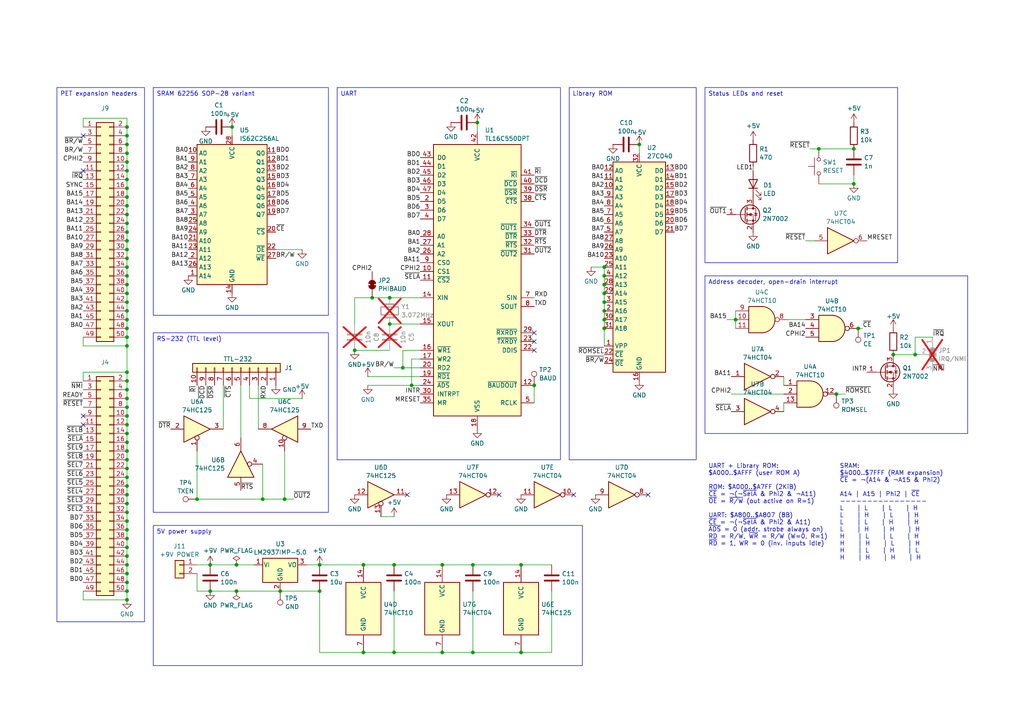
<source format=kicad_sch>
(kicad_sch
	(version 20231120)
	(generator "eeschema")
	(generator_version "8.0")
	(uuid "ba02a5fb-8d8e-4302-96a8-8e3b65a9cbd7")
	(paper "A4")
	(title_block
		(title "CBM PET SRAM Expansion")
		(date "2024-09-28")
		(rev "5")
		(company "CCC Basel")
	)
	
	(junction
		(at 175.26 82.55)
		(diameter 0)
		(color 0 0 0 0)
		(uuid "056a11f0-c26e-4946-9ae9-a571ff528e7e")
	)
	(junction
		(at 57.15 144.78)
		(diameter 0)
		(color 0 0 0 0)
		(uuid "0abefc55-f4cd-4e28-a625-90fb809422a2")
	)
	(junction
		(at 67.31 36.83)
		(diameter 0)
		(color 0 0 0 0)
		(uuid "0e804b11-f11b-44bb-a2e0-c28408880411")
	)
	(junction
		(at 175.26 80.01)
		(diameter 0)
		(color 0 0 0 0)
		(uuid "1059be7d-12db-4d65-8a41-5a60512936be")
	)
	(junction
		(at 113.03 86.36)
		(diameter 0)
		(color 0 0 0 0)
		(uuid "112484c3-8331-4494-94d0-86c0720f8a40")
	)
	(junction
		(at 36.83 173.99)
		(diameter 0)
		(color 0 0 0 0)
		(uuid "132e523d-4dd0-4bfc-a395-7b85d134f2e5")
	)
	(junction
		(at 175.26 85.09)
		(diameter 0)
		(color 0 0 0 0)
		(uuid "1401ecc8-1c5c-43c7-a929-f19593465319")
	)
	(junction
		(at 114.3 189.23)
		(diameter 0)
		(color 0 0 0 0)
		(uuid "1415b0a0-6599-4e9b-8c35-e391fb9a6ba8")
	)
	(junction
		(at 36.83 62.23)
		(diameter 0)
		(color 0 0 0 0)
		(uuid "15173f45-ff3b-4146-9ec8-aea55ce6de28")
	)
	(junction
		(at 119.38 111.76)
		(diameter 0)
		(color 0 0 0 0)
		(uuid "179f0257-8ee6-4b00-b6e2-c72d27978f8a")
	)
	(junction
		(at 107.95 86.36)
		(diameter 0)
		(color 0 0 0 0)
		(uuid "1815a0f8-3bf8-4522-bda4-dac7c65fe752")
	)
	(junction
		(at 265.43 102.87)
		(diameter 0)
		(color 0 0 0 0)
		(uuid "18cde554-bf47-487f-8691-35dc98459499")
	)
	(junction
		(at 36.83 80.01)
		(diameter 0)
		(color 0 0 0 0)
		(uuid "195b6efc-e1c4-4f14-9bc8-6388815f444b")
	)
	(junction
		(at 82.55 144.78)
		(diameter 0)
		(color 0 0 0 0)
		(uuid "1b183ed3-18b0-4283-b39b-8e0dd8499228")
	)
	(junction
		(at 151.13 189.23)
		(diameter 0)
		(color 0 0 0 0)
		(uuid "1b70fc5a-45e7-4bab-8024-75986d4921cd")
	)
	(junction
		(at 76.2 144.78)
		(diameter 0)
		(color 0 0 0 0)
		(uuid "20c0d527-8617-44d0-b2c2-14f69fe18fde")
	)
	(junction
		(at 68.58 171.45)
		(diameter 0)
		(color 0 0 0 0)
		(uuid "2138369b-643b-4f89-946d-bebf9d9190fc")
	)
	(junction
		(at 154.94 111.76)
		(diameter 0)
		(color 0 0 0 0)
		(uuid "22fe5866-b625-4c8d-8744-e37235a5aa0c")
	)
	(junction
		(at 36.83 87.63)
		(diameter 0)
		(color 0 0 0 0)
		(uuid "23088312-808b-4f4c-b096-e91dd8b9b773")
	)
	(junction
		(at 36.83 133.35)
		(diameter 0)
		(color 0 0 0 0)
		(uuid "231907ca-0f57-4d42-982d-2a9aaae679d6")
	)
	(junction
		(at 36.83 64.77)
		(diameter 0)
		(color 0 0 0 0)
		(uuid "23fa526b-f701-4216-bb5e-d524585daacd")
	)
	(junction
		(at 36.83 156.21)
		(diameter 0)
		(color 0 0 0 0)
		(uuid "245dfd6e-93dd-4c02-b96a-60e3cd2d8ba7")
	)
	(junction
		(at 116.84 106.68)
		(diameter 0)
		(color 0 0 0 0)
		(uuid "249eab88-d08c-45d0-a3bb-ac4f6cdc9a4f")
	)
	(junction
		(at 175.26 90.17)
		(diameter 0)
		(color 0 0 0 0)
		(uuid "27414434-2d37-4748-b140-4fd1d11e2493")
	)
	(junction
		(at 36.83 52.07)
		(diameter 0)
		(color 0 0 0 0)
		(uuid "2808f7d7-3bee-4b54-9474-691eae9eef5c")
	)
	(junction
		(at 247.65 43.18)
		(diameter 0)
		(color 0 0 0 0)
		(uuid "2b7206a6-30b3-4f96-9a17-1240603f3ec8")
	)
	(junction
		(at 36.83 39.37)
		(diameter 0)
		(color 0 0 0 0)
		(uuid "2cd9beca-8b4d-40c8-8644-94001003ba43")
	)
	(junction
		(at 36.83 90.17)
		(diameter 0)
		(color 0 0 0 0)
		(uuid "2f563c43-87b4-46b6-9928-bf2910756250")
	)
	(junction
		(at 137.16 189.23)
		(diameter 0)
		(color 0 0 0 0)
		(uuid "32c099db-6bd3-4631-b7e5-8e0ab620176f")
	)
	(junction
		(at 175.26 87.63)
		(diameter 0)
		(color 0 0 0 0)
		(uuid "357bfee8-289e-4bc2-a7b6-c0f5695bc7cc")
	)
	(junction
		(at 36.83 59.69)
		(diameter 0)
		(color 0 0 0 0)
		(uuid "3814d9fb-539b-4ad3-a118-ea02dfa6fdca")
	)
	(junction
		(at 151.13 163.83)
		(diameter 0)
		(color 0 0 0 0)
		(uuid "3f66cb11-0011-44b0-bd70-cd870653f612")
	)
	(junction
		(at 36.83 168.91)
		(diameter 0)
		(color 0 0 0 0)
		(uuid "3f87a0a3-a002-48d6-bd89-e50bae5ece9b")
	)
	(junction
		(at 128.27 189.23)
		(diameter 0)
		(color 0 0 0 0)
		(uuid "436e35db-d06d-44e5-a9f2-633ebb568bc1")
	)
	(junction
		(at 36.83 130.81)
		(diameter 0)
		(color 0 0 0 0)
		(uuid "44549270-7860-47a1-9a0d-d6e402f8a1f9")
	)
	(junction
		(at 213.36 92.71)
		(diameter 0)
		(color 0 0 0 0)
		(uuid "4471f513-2194-4416-b5aa-d7e191b264a6")
	)
	(junction
		(at 36.83 41.91)
		(diameter 0)
		(color 0 0 0 0)
		(uuid "4b977a37-3ace-4841-a45c-af50084070a5")
	)
	(junction
		(at 36.83 95.25)
		(diameter 0)
		(color 0 0 0 0)
		(uuid "4c7f9c78-648a-4266-8790-9767b7a24612")
	)
	(junction
		(at 36.83 54.61)
		(diameter 0)
		(color 0 0 0 0)
		(uuid "5ae5c9e9-4a8f-4d63-92f5-44a3c8bb1f99")
	)
	(junction
		(at 36.83 113.03)
		(diameter 0)
		(color 0 0 0 0)
		(uuid "61549b9f-b4bf-434c-9d9f-c3bca06ff294")
	)
	(junction
		(at 137.16 163.83)
		(diameter 0)
		(color 0 0 0 0)
		(uuid "61fbdc00-38e4-43b8-b894-b46529c6be10")
	)
	(junction
		(at 36.83 148.59)
		(diameter 0)
		(color 0 0 0 0)
		(uuid "64b900cd-2d86-4b52-bb5c-97b4fe952f58")
	)
	(junction
		(at 105.41 189.23)
		(diameter 0)
		(color 0 0 0 0)
		(uuid "6532edc3-17eb-49de-8c21-0ad7e52331d5")
	)
	(junction
		(at 36.83 69.85)
		(diameter 0)
		(color 0 0 0 0)
		(uuid "6c2f7215-865c-4fb1-846d-e1e38eb27bb3")
	)
	(junction
		(at 36.83 82.55)
		(diameter 0)
		(color 0 0 0 0)
		(uuid "71147d30-3a10-4a39-9d6e-6e813cd063f4")
	)
	(junction
		(at 81.28 171.45)
		(diameter 0)
		(color 0 0 0 0)
		(uuid "7477d0ce-a25d-4684-acf6-74adc02ed023")
	)
	(junction
		(at 36.83 120.65)
		(diameter 0)
		(color 0 0 0 0)
		(uuid "77394a52-145a-4021-8fd2-6569bd29e47a")
	)
	(junction
		(at 175.26 92.71)
		(diameter 0)
		(color 0 0 0 0)
		(uuid "7b78dcd3-aecf-4adb-9f25-cd7de3d27d52")
	)
	(junction
		(at 60.96 171.45)
		(diameter 0)
		(color 0 0 0 0)
		(uuid "7f68fb98-49b8-4141-a565-d68743f2112f")
	)
	(junction
		(at 36.83 100.33)
		(diameter 0)
		(color 0 0 0 0)
		(uuid "7f6ec264-e554-4d3a-847a-63d1ee1efa52")
	)
	(junction
		(at 36.83 110.49)
		(diameter 0)
		(color 0 0 0 0)
		(uuid "7f9af0e9-ce3a-4803-bc52-8d667acf73e7")
	)
	(junction
		(at 36.83 46.99)
		(diameter 0)
		(color 0 0 0 0)
		(uuid "7fbc4fd6-5117-4b75-9f06-add6d0f632f6")
	)
	(junction
		(at 138.43 35.56)
		(diameter 0)
		(color 0 0 0 0)
		(uuid "7fce55ae-f9dc-4b3f-b891-1eab209c709b")
	)
	(junction
		(at 92.71 171.45)
		(diameter 0)
		(color 0 0 0 0)
		(uuid "83b9386f-f9ff-4c55-82db-884f4c62311d")
	)
	(junction
		(at 36.83 140.97)
		(diameter 0)
		(color 0 0 0 0)
		(uuid "8b2ce9b6-a9e9-464e-9f7d-9a76938f07f6")
	)
	(junction
		(at 113.03 93.98)
		(diameter 0)
		(color 0 0 0 0)
		(uuid "8e0b00b4-2044-421b-b8e4-8ba4be793422")
	)
	(junction
		(at 36.83 92.71)
		(diameter 0)
		(color 0 0 0 0)
		(uuid "903bce02-003e-4d0a-8386-d6c0a376668e")
	)
	(junction
		(at 36.83 67.31)
		(diameter 0)
		(color 0 0 0 0)
		(uuid "917825a7-a83d-4255-92db-a00da4f06c80")
	)
	(junction
		(at 92.71 163.83)
		(diameter 0)
		(color 0 0 0 0)
		(uuid "95a2d759-78c6-4d32-8fe4-456149d98a79")
	)
	(junction
		(at 36.83 36.83)
		(diameter 0)
		(color 0 0 0 0)
		(uuid "9796b5b6-84d4-407c-8791-ad7a9fd305ee")
	)
	(junction
		(at 128.27 163.83)
		(diameter 0)
		(color 0 0 0 0)
		(uuid "98603cc1-98d2-4dec-bfa6-4af312b6045d")
	)
	(junction
		(at 36.83 146.05)
		(diameter 0)
		(color 0 0 0 0)
		(uuid "9be13afd-1ab9-4ba6-9fce-66303bb75fd1")
	)
	(junction
		(at 259.08 102.87)
		(diameter 0)
		(color 0 0 0 0)
		(uuid "9d5de7dd-0f5d-483f-85f1-525b829e00f1")
	)
	(junction
		(at 175.26 77.47)
		(diameter 0)
		(color 0 0 0 0)
		(uuid "9fa7bca9-2847-4331-a2e0-e7f484eb1ea3")
	)
	(junction
		(at 36.83 166.37)
		(diameter 0)
		(color 0 0 0 0)
		(uuid "9fcfd4a1-eb71-4cc1-95c1-d4ee46b3596b")
	)
	(junction
		(at 185.42 41.91)
		(diameter 0)
		(color 0 0 0 0)
		(uuid "a04e3ab0-4141-44e6-aff6-0d3039a53ff2")
	)
	(junction
		(at 36.83 107.95)
		(diameter 0)
		(color 0 0 0 0)
		(uuid "a6d50e0e-c9ef-4a53-8600-acaa26482069")
	)
	(junction
		(at 36.83 171.45)
		(diameter 0)
		(color 0 0 0 0)
		(uuid "ab5cf924-c6f4-4022-95c2-03ff816df3a9")
	)
	(junction
		(at 36.83 135.89)
		(diameter 0)
		(color 0 0 0 0)
		(uuid "b199f9f2-37b2-4a61-9009-3df80f449bf3")
	)
	(junction
		(at 175.26 95.25)
		(diameter 0)
		(color 0 0 0 0)
		(uuid "b9068dc1-f8b2-44d2-8a82-381772037dde")
	)
	(junction
		(at 237.49 43.18)
		(diameter 0)
		(color 0 0 0 0)
		(uuid "b9da39cc-d8db-4930-9b84-bd6a2bd957e4")
	)
	(junction
		(at 60.96 163.83)
		(diameter 0)
		(color 0 0 0 0)
		(uuid "ba1f469a-0869-4e71-9b05-d7558848a402")
	)
	(junction
		(at 102.87 101.6)
		(diameter 0)
		(color 0 0 0 0)
		(uuid "bbf5a464-4f54-4dc1-846c-e9ae00627e12")
	)
	(junction
		(at 68.58 163.83)
		(diameter 0)
		(color 0 0 0 0)
		(uuid "bd5f5cee-fae0-454a-84be-c0b40fb0e8ed")
	)
	(junction
		(at 36.83 77.47)
		(diameter 0)
		(color 0 0 0 0)
		(uuid "be269495-f445-4722-938b-be38a32acc6a")
	)
	(junction
		(at 36.83 49.53)
		(diameter 0)
		(color 0 0 0 0)
		(uuid "c0f8c0ef-d855-4daf-a3c6-faf021bbacfa")
	)
	(junction
		(at 36.83 143.51)
		(diameter 0)
		(color 0 0 0 0)
		(uuid "c28b5a19-2bc3-46af-928f-b0dc39d45f8b")
	)
	(junction
		(at 248.92 95.25)
		(diameter 0)
		(color 0 0 0 0)
		(uuid "c2e0dad2-2789-4c82-82ba-c484395838af")
	)
	(junction
		(at 36.83 57.15)
		(diameter 0)
		(color 0 0 0 0)
		(uuid "c4031e73-c667-4d5b-b6a3-b1b52f78072d")
	)
	(junction
		(at 36.83 128.27)
		(diameter 0)
		(color 0 0 0 0)
		(uuid "cbe52f06-6794-4495-a883-a72309517360")
	)
	(junction
		(at 105.41 163.83)
		(diameter 0)
		(color 0 0 0 0)
		(uuid "ce14d82d-a64c-4fb0-9360-0d9950cfa9e0")
	)
	(junction
		(at 36.83 153.67)
		(diameter 0)
		(color 0 0 0 0)
		(uuid "d0d5f044-d954-47a2-92e8-c56bd83f08fd")
	)
	(junction
		(at 36.83 123.19)
		(diameter 0)
		(color 0 0 0 0)
		(uuid "deb53e51-8590-461e-9f63-d5018e32e310")
	)
	(junction
		(at 36.83 85.09)
		(diameter 0)
		(color 0 0 0 0)
		(uuid "df34c3c9-550f-44ad-87fa-414dc88f9ca5")
	)
	(junction
		(at 36.83 74.93)
		(diameter 0)
		(color 0 0 0 0)
		(uuid "e810d19f-1f7f-46ed-aeca-2332235759cb")
	)
	(junction
		(at 114.3 163.83)
		(diameter 0)
		(color 0 0 0 0)
		(uuid "e81c1fd2-cbe0-4390-a076-77b4f988edf0")
	)
	(junction
		(at 36.83 97.79)
		(diameter 0)
		(color 0 0 0 0)
		(uuid "e9b6f3b7-2112-414f-95c2-3a89b12eca3c")
	)
	(junction
		(at 247.65 53.34)
		(diameter 0)
		(color 0 0 0 0)
		(uuid "edd0a164-1b74-4796-b4d9-49b5d1acd448")
	)
	(junction
		(at 36.83 44.45)
		(diameter 0)
		(color 0 0 0 0)
		(uuid "f1585753-3985-44df-bdce-73bceeea44c4")
	)
	(junction
		(at 36.83 151.13)
		(diameter 0)
		(color 0 0 0 0)
		(uuid "f1d99ce8-737b-4e91-a7ff-98190c3294f0")
	)
	(junction
		(at 36.83 163.83)
		(diameter 0)
		(color 0 0 0 0)
		(uuid "f2490804-050d-48fe-b97e-1097c19741ec")
	)
	(junction
		(at 36.83 72.39)
		(diameter 0)
		(color 0 0 0 0)
		(uuid "f9591cf2-f9e3-4fdc-9111-e653ff6a3b6e")
	)
	(junction
		(at 242.57 114.3)
		(diameter 0)
		(color 0 0 0 0)
		(uuid "fa8a85e0-2b8d-4d61-81f6-97e786f4dc1e")
	)
	(junction
		(at 36.83 158.75)
		(diameter 0)
		(color 0 0 0 0)
		(uuid "fb59a7d8-7c6b-4011-8662-0571566e7924")
	)
	(junction
		(at 36.83 161.29)
		(diameter 0)
		(color 0 0 0 0)
		(uuid "fc2aec22-7f6a-4ac6-995b-844b8042e8c9")
	)
	(junction
		(at 36.83 118.11)
		(diameter 0)
		(color 0 0 0 0)
		(uuid "fd440596-5b67-4038-af3d-226327df8ea9")
	)
	(junction
		(at 36.83 115.57)
		(diameter 0)
		(color 0 0 0 0)
		(uuid "fe404ba7-ab8e-4deb-b52d-66b45279dcb4")
	)
	(junction
		(at 36.83 125.73)
		(diameter 0)
		(color 0 0 0 0)
		(uuid "fe664a02-6c91-4a7f-9b2f-9b5b423ed89e")
	)
	(junction
		(at 36.83 138.43)
		(diameter 0)
		(color 0 0 0 0)
		(uuid "ff9a97c8-9aff-4906-a3ed-5e56c33cb353")
	)
	(no_connect
		(at 24.13 120.65)
		(uuid "21c3144a-9860-4dee-af6d-a94e3587478d")
	)
	(no_connect
		(at 24.13 39.37)
		(uuid "33f02fa2-9cbf-4e1b-883d-5a2f8a66d5ce")
	)
	(no_connect
		(at 144.78 143.51)
		(uuid "49314928-634f-4e81-a4a0-80706801d82c")
	)
	(no_connect
		(at 154.94 101.6)
		(uuid "549092fb-282c-4770-ba8a-3742aa41641b")
	)
	(no_connect
		(at 187.96 143.51)
		(uuid "616b261f-3ce3-4796-8ab8-409344179e4f")
	)
	(no_connect
		(at 118.11 143.51)
		(uuid "635c4ca2-c143-43f3-9f14-dca00da445da")
	)
	(no_connect
		(at 24.13 123.19)
		(uuid "65190511-5696-4c62-9853-195b00388054")
	)
	(no_connect
		(at 24.13 49.53)
		(uuid "6d7bf783-c773-4569-949d-8faf39b31a4f")
	)
	(no_connect
		(at 166.37 143.51)
		(uuid "799cd4ed-d20a-4f49-b8c3-350cfaed2233")
	)
	(no_connect
		(at 154.94 96.52)
		(uuid "bf997b80-ebdb-4b45-8671-6fd0c5a8f1c6")
	)
	(no_connect
		(at 154.94 99.06)
		(uuid "ccb1cb8c-4500-4cd1-9407-46b01057712c")
	)
	(wire
		(pts
			(xy 36.83 92.71) (xy 36.83 95.25)
		)
		(stroke
			(width 0)
			(type default)
		)
		(uuid "00711f35-0a35-46c5-89fc-ce0e85dd57c9")
	)
	(wire
		(pts
			(xy 36.83 100.33) (xy 24.13 100.33)
		)
		(stroke
			(width 0)
			(type default)
		)
		(uuid "046557f0-5448-4a2e-9685-2e14368d0fe7")
	)
	(wire
		(pts
			(xy 237.49 43.18) (xy 247.65 43.18)
		)
		(stroke
			(width 0)
			(type default)
		)
		(uuid "0622d7ff-bf6c-40f7-83e8-7ecb17bd1812")
	)
	(wire
		(pts
			(xy 36.83 161.29) (xy 36.83 163.83)
		)
		(stroke
			(width 0)
			(type default)
		)
		(uuid "0769c1f1-00ff-4549-9633-1ff884b80650")
	)
	(wire
		(pts
			(xy 128.27 189.23) (xy 137.16 189.23)
		)
		(stroke
			(width 0)
			(type default)
		)
		(uuid "079365ca-342a-4206-b967-4e1393e6dda1")
	)
	(wire
		(pts
			(xy 228.6 92.71) (xy 233.68 92.71)
		)
		(stroke
			(width 0)
			(type default)
		)
		(uuid "095de72c-487a-49db-8a9f-8dcd7902ae6a")
	)
	(wire
		(pts
			(xy 36.83 143.51) (xy 36.83 146.05)
		)
		(stroke
			(width 0)
			(type default)
		)
		(uuid "0a2ab28e-7de9-4efd-8dc2-277c7cb8c104")
	)
	(wire
		(pts
			(xy 137.16 163.83) (xy 151.13 163.83)
		)
		(stroke
			(width 0)
			(type default)
		)
		(uuid "0bcc28d4-af68-40cb-8f73-421064e858b3")
	)
	(wire
		(pts
			(xy 57.15 144.78) (xy 76.2 144.78)
		)
		(stroke
			(width 0)
			(type default)
		)
		(uuid "0cfdca52-9566-4684-9369-f2738d2ae435")
	)
	(wire
		(pts
			(xy 36.83 173.99) (xy 24.13 173.99)
		)
		(stroke
			(width 0)
			(type default)
		)
		(uuid "0d3e84c8-187a-434a-99b0-a398c4b7f9d4")
	)
	(wire
		(pts
			(xy 36.83 123.19) (xy 36.83 125.73)
		)
		(stroke
			(width 0)
			(type default)
		)
		(uuid "0d80c3da-42ca-4fd6-ad98-36ecb3cdf91a")
	)
	(wire
		(pts
			(xy 36.83 85.09) (xy 36.83 87.63)
		)
		(stroke
			(width 0)
			(type default)
		)
		(uuid "12b6d115-0ef8-46f1-bff2-e153886a4ac6")
	)
	(wire
		(pts
			(xy 114.3 189.23) (xy 128.27 189.23)
		)
		(stroke
			(width 0)
			(type default)
		)
		(uuid "12bf641a-5d24-44f3-95df-45c6a68ee451")
	)
	(wire
		(pts
			(xy 74.93 111.76) (xy 74.93 124.46)
		)
		(stroke
			(width 0)
			(type default)
		)
		(uuid "13330aea-b5ae-41d5-b161-e5749926b421")
	)
	(wire
		(pts
			(xy 36.83 107.95) (xy 24.13 107.95)
		)
		(stroke
			(width 0)
			(type default)
		)
		(uuid "1374172c-a5b4-4749-a7bf-da2b9d6a5f4b")
	)
	(wire
		(pts
			(xy 36.83 128.27) (xy 36.83 130.81)
		)
		(stroke
			(width 0)
			(type default)
		)
		(uuid "14733b41-92a9-4319-9926-64316a050b70")
	)
	(wire
		(pts
			(xy 36.83 135.89) (xy 36.83 138.43)
		)
		(stroke
			(width 0)
			(type default)
		)
		(uuid "16361d29-945a-4429-b155-3484aad8db6f")
	)
	(wire
		(pts
			(xy 60.96 171.45) (xy 68.58 171.45)
		)
		(stroke
			(width 0)
			(type default)
		)
		(uuid "17e6825e-78e0-4309-9ac1-6f00299c9759")
	)
	(wire
		(pts
			(xy 270.51 97.79) (xy 265.43 97.79)
		)
		(stroke
			(width 0)
			(type default)
		)
		(uuid "1953529c-bd34-4974-8b28-542259c55fb4")
	)
	(wire
		(pts
			(xy 36.83 34.29) (xy 24.13 34.29)
		)
		(stroke
			(width 0)
			(type default)
		)
		(uuid "1b00708e-a75f-47f2-82bd-938cbc163d7e")
	)
	(wire
		(pts
			(xy 36.83 171.45) (xy 36.83 173.99)
		)
		(stroke
			(width 0)
			(type default)
		)
		(uuid "1ba742e3-ce9c-4d92-b23f-2cb1863e7bfe")
	)
	(wire
		(pts
			(xy 213.36 92.71) (xy 213.36 90.17)
		)
		(stroke
			(width 0)
			(type default)
		)
		(uuid "1c5869ee-d3e1-4acf-80f4-7b3dc7d6dff0")
	)
	(wire
		(pts
			(xy 154.94 111.76) (xy 154.94 116.84)
		)
		(stroke
			(width 0)
			(type default)
		)
		(uuid "1cc395c3-0b03-4cf9-84b4-4de58dc74146")
	)
	(wire
		(pts
			(xy 72.39 115.57) (xy 87.63 115.57)
		)
		(stroke
			(width 0)
			(type default)
		)
		(uuid "1d297b16-066a-42dd-b2ba-be9c8d777b64")
	)
	(wire
		(pts
			(xy 36.83 80.01) (xy 36.83 82.55)
		)
		(stroke
			(width 0)
			(type default)
		)
		(uuid "1d699762-757c-4aad-8a98-25cb5a22c4ca")
	)
	(wire
		(pts
			(xy 36.83 69.85) (xy 36.83 72.39)
		)
		(stroke
			(width 0)
			(type default)
		)
		(uuid "21559b49-cfeb-478f-a9dc-61ab85bff646")
	)
	(wire
		(pts
			(xy 36.83 153.67) (xy 36.83 156.21)
		)
		(stroke
			(width 0)
			(type default)
		)
		(uuid "23208346-8f18-4ee9-98c4-bf4c1acc206d")
	)
	(wire
		(pts
			(xy 105.41 163.83) (xy 114.3 163.83)
		)
		(stroke
			(width 0)
			(type default)
		)
		(uuid "2594df8f-7629-444f-b9da-3ffc5013fb21")
	)
	(wire
		(pts
			(xy 175.26 90.17) (xy 175.26 92.71)
		)
		(stroke
			(width 0)
			(type default)
		)
		(uuid "268c2fc8-8e07-40c9-b363-0a286fdb9246")
	)
	(wire
		(pts
			(xy 233.68 69.85) (xy 236.22 69.85)
		)
		(stroke
			(width 0)
			(type default)
		)
		(uuid "2782cd76-9d1b-47fa-95de-3e8e8c394bdc")
	)
	(wire
		(pts
			(xy 36.83 133.35) (xy 36.83 135.89)
		)
		(stroke
			(width 0)
			(type default)
		)
		(uuid "288d5bec-4d83-4011-ad09-73e4915facf8")
	)
	(wire
		(pts
			(xy 57.15 163.83) (xy 60.96 163.83)
		)
		(stroke
			(width 0)
			(type default)
		)
		(uuid "2bfe1a78-858f-4a81-bec4-e14397697ed6")
	)
	(wire
		(pts
			(xy 137.16 171.45) (xy 137.16 189.23)
		)
		(stroke
			(width 0)
			(type default)
		)
		(uuid "2eb9fdb2-9d66-4f6f-a82e-20a370f58afc")
	)
	(wire
		(pts
			(xy 36.83 72.39) (xy 36.83 74.93)
		)
		(stroke
			(width 0)
			(type default)
		)
		(uuid "302db16f-0c13-4237-8e6d-fbfb969ac60c")
	)
	(wire
		(pts
			(xy 265.43 97.79) (xy 265.43 102.87)
		)
		(stroke
			(width 0)
			(type default)
		)
		(uuid "323ea69e-a69d-4524-b708-9544a609c137")
	)
	(wire
		(pts
			(xy 218.44 48.26) (xy 218.44 49.53)
		)
		(stroke
			(width 0)
			(type default)
		)
		(uuid "3368a25e-1b40-4088-ba9b-576bb5b695e9")
	)
	(wire
		(pts
			(xy 116.84 101.6) (xy 116.84 106.68)
		)
		(stroke
			(width 0)
			(type default)
		)
		(uuid "369e6af8-1558-4168-ae1b-b1662a8aaa09")
	)
	(wire
		(pts
			(xy 92.71 189.23) (xy 105.41 189.23)
		)
		(stroke
			(width 0)
			(type default)
		)
		(uuid "36bc98be-feb2-453e-beba-3c03f2dc4feb")
	)
	(wire
		(pts
			(xy 36.83 77.47) (xy 36.83 80.01)
		)
		(stroke
			(width 0)
			(type default)
		)
		(uuid "3af1334e-b376-4e8a-bb83-2bb1fd994d6c")
	)
	(wire
		(pts
			(xy 57.15 130.81) (xy 57.15 144.78)
		)
		(stroke
			(width 0)
			(type default)
		)
		(uuid "3de59ec8-cbb2-4109-9428-1364a1fab958")
	)
	(wire
		(pts
			(xy 36.83 148.59) (xy 36.83 151.13)
		)
		(stroke
			(width 0)
			(type default)
		)
		(uuid "4061e863-29f1-43bc-926e-c7e54715c70f")
	)
	(wire
		(pts
			(xy 138.43 35.56) (xy 138.43 38.1)
		)
		(stroke
			(width 0)
			(type default)
		)
		(uuid "4114b69c-81e3-4a54-beeb-417bde69796e")
	)
	(wire
		(pts
			(xy 102.87 101.6) (xy 113.03 101.6)
		)
		(stroke
			(width 0)
			(type default)
		)
		(uuid "414124c6-9160-4b2c-8ffe-8f300ee42825")
	)
	(wire
		(pts
			(xy 36.83 82.55) (xy 36.83 85.09)
		)
		(stroke
			(width 0)
			(type default)
		)
		(uuid "42a581bc-627f-47f1-b43a-2089c12481ef")
	)
	(wire
		(pts
			(xy 36.83 44.45) (xy 36.83 46.99)
		)
		(stroke
			(width 0)
			(type default)
		)
		(uuid "43169ff3-f0f3-4860-be27-fe96087aa0e9")
	)
	(wire
		(pts
			(xy 36.83 140.97) (xy 36.83 143.51)
		)
		(stroke
			(width 0)
			(type default)
		)
		(uuid "4407daa4-725e-4f78-8635-7873016477e3")
	)
	(wire
		(pts
			(xy 250.19 95.25) (xy 248.92 95.25)
		)
		(stroke
			(width 0)
			(type default)
		)
		(uuid "45c09364-f47c-4b1d-b25c-9b80f7affb63")
	)
	(wire
		(pts
			(xy 175.26 82.55) (xy 175.26 85.09)
		)
		(stroke
			(width 0)
			(type default)
		)
		(uuid "48e0ca97-7315-468d-a02d-6c6eda37e2b6")
	)
	(wire
		(pts
			(xy 57.15 171.45) (xy 60.96 171.45)
		)
		(stroke
			(width 0)
			(type default)
		)
		(uuid "4b74de37-6eca-45d9-b0e3-e700dc0311fb")
	)
	(wire
		(pts
			(xy 234.95 43.18) (xy 237.49 43.18)
		)
		(stroke
			(width 0)
			(type default)
		)
		(uuid "4e11bbca-9727-4a08-8e39-815f674df992")
	)
	(wire
		(pts
			(xy 151.13 163.83) (xy 160.02 163.83)
		)
		(stroke
			(width 0)
			(type default)
		)
		(uuid "4f1168c6-641f-40b4-add8-0e0f52669157")
	)
	(wire
		(pts
			(xy 210.82 92.71) (xy 213.36 92.71)
		)
		(stroke
			(width 0)
			(type default)
		)
		(uuid "544f9adf-efdf-48e2-9b4b-60527298361c")
	)
	(wire
		(pts
			(xy 72.39 115.57) (xy 72.39 111.76)
		)
		(stroke
			(width 0)
			(type default)
		)
		(uuid "561e939d-6661-4e49-b1b8-e9121942e6f4")
	)
	(wire
		(pts
			(xy 175.26 95.25) (xy 175.26 100.33)
		)
		(stroke
			(width 0)
			(type default)
		)
		(uuid "582f95ab-a8ee-4282-a219-c6cfe7b4b410")
	)
	(wire
		(pts
			(xy 151.13 189.23) (xy 160.02 189.23)
		)
		(stroke
			(width 0)
			(type default)
		)
		(uuid "5cb788f7-09b9-4b6e-a9ba-cf2201895095")
	)
	(wire
		(pts
			(xy 116.84 106.68) (xy 121.92 106.68)
		)
		(stroke
			(width 0)
			(type default)
		)
		(uuid "6231866f-df15-469a-bc6a-bbb1065cd583")
	)
	(wire
		(pts
			(xy 36.83 146.05) (xy 36.83 148.59)
		)
		(stroke
			(width 0)
			(type default)
		)
		(uuid "694fc7c7-0c39-4f16-a235-fe3572daf9b9")
	)
	(wire
		(pts
			(xy 36.83 115.57) (xy 36.83 118.11)
		)
		(stroke
			(width 0)
			(type default)
		)
		(uuid "697e6d1b-de82-47b0-9179-70161de7ae5b")
	)
	(wire
		(pts
			(xy 102.87 86.36) (xy 102.87 93.98)
		)
		(stroke
			(width 0)
			(type default)
		)
		(uuid "6a55f144-5dee-45bb-9fbe-625c7e33263b")
	)
	(wire
		(pts
			(xy 24.13 34.29) (xy 24.13 36.83)
		)
		(stroke
			(width 0)
			(type default)
		)
		(uuid "6cde2c27-2f6f-4fc7-89fc-256b9f8177f2")
	)
	(wire
		(pts
			(xy 36.83 110.49) (xy 36.83 107.95)
		)
		(stroke
			(width 0)
			(type default)
		)
		(uuid "6cdf2c1d-183a-493b-9a3a-01ce5c0411cd")
	)
	(wire
		(pts
			(xy 69.85 111.76) (xy 69.85 127)
		)
		(stroke
			(width 0)
			(type default)
		)
		(uuid "6f2a63b6-9d88-40bd-9fb3-692ca3532129")
	)
	(wire
		(pts
			(xy 175.26 92.71) (xy 175.26 95.25)
		)
		(stroke
			(width 0)
			(type default)
		)
		(uuid "70cc2f58-df2d-4626-b30c-906f3e3e5045")
	)
	(wire
		(pts
			(xy 36.83 87.63) (xy 36.83 90.17)
		)
		(stroke
			(width 0)
			(type default)
		)
		(uuid "757969e0-d0aa-497f-9cc8-abf28d3cf0c4")
	)
	(wire
		(pts
			(xy 119.38 104.14) (xy 119.38 111.76)
		)
		(stroke
			(width 0)
			(type default)
		)
		(uuid "76387281-d14f-453e-8a3e-9896a5958056")
	)
	(wire
		(pts
			(xy 92.71 171.45) (xy 92.71 189.23)
		)
		(stroke
			(width 0)
			(type default)
		)
		(uuid "79010585-a286-4f6a-9380-121dfca5f966")
	)
	(wire
		(pts
			(xy 24.13 100.33) (xy 24.13 97.79)
		)
		(stroke
			(width 0)
			(type default)
		)
		(uuid "790c3ae3-c49a-4716-8d84-01160b534afc")
	)
	(wire
		(pts
			(xy 36.83 138.43) (xy 36.83 140.97)
		)
		(stroke
			(width 0)
			(type default)
		)
		(uuid "79fd50d9-8db9-4343-b064-692d691ee260")
	)
	(wire
		(pts
			(xy 64.77 111.76) (xy 64.77 124.46)
		)
		(stroke
			(width 0)
			(type default)
		)
		(uuid "7bd32e53-d6c7-4637-bea5-d5076e83a751")
	)
	(wire
		(pts
			(xy 36.83 97.79) (xy 36.83 100.33)
		)
		(stroke
			(width 0)
			(type default)
		)
		(uuid "834fc730-ea34-43aa-b12d-5e0897931268")
	)
	(wire
		(pts
			(xy 80.01 72.39) (xy 87.63 72.39)
		)
		(stroke
			(width 0)
			(type default)
		)
		(uuid "845d829c-deeb-4cd4-89e9-68705b984a66")
	)
	(wire
		(pts
			(xy 24.13 173.99) (xy 24.13 171.45)
		)
		(stroke
			(width 0)
			(type default)
		)
		(uuid "854fcba5-1b03-45d0-a06d-9d6d623ed931")
	)
	(wire
		(pts
			(xy 60.96 163.83) (xy 68.58 163.83)
		)
		(stroke
			(width 0)
			(type default)
		)
		(uuid "859e8e44-b59b-4678-beaa-4071b8223be0")
	)
	(wire
		(pts
			(xy 36.83 168.91) (xy 36.83 171.45)
		)
		(stroke
			(width 0)
			(type default)
		)
		(uuid "8932b5b7-09d1-4bd5-9645-360475058fb3")
	)
	(wire
		(pts
			(xy 185.42 41.91) (xy 185.42 44.45)
		)
		(stroke
			(width 0)
			(type default)
		)
		(uuid "8cbe9dda-777d-449d-b5b9-296782d603c0")
	)
	(wire
		(pts
			(xy 36.83 120.65) (xy 36.83 123.19)
		)
		(stroke
			(width 0)
			(type default)
		)
		(uuid "8d8ff752-55f2-459b-b52b-e1467282fe4c")
	)
	(wire
		(pts
			(xy 36.83 151.13) (xy 36.83 153.67)
		)
		(stroke
			(width 0)
			(type default)
		)
		(uuid "8e9219bd-cc33-44b5-a383-65436e5dd593")
	)
	(wire
		(pts
			(xy 102.87 86.36) (xy 107.95 86.36)
		)
		(stroke
			(width 0)
			(type default)
		)
		(uuid "900a2c47-124b-4ff3-9a93-05098324ef49")
	)
	(wire
		(pts
			(xy 36.83 90.17) (xy 36.83 92.71)
		)
		(stroke
			(width 0)
			(type default)
		)
		(uuid "90252908-9342-4715-9ab5-1ab4c3a491b4")
	)
	(wire
		(pts
			(xy 160.02 189.23) (xy 160.02 171.45)
		)
		(stroke
			(width 0)
			(type default)
		)
		(uuid "90d3d4bc-af30-42ec-a208-c725b840ecbc")
	)
	(wire
		(pts
			(xy 121.92 101.6) (xy 116.84 101.6)
		)
		(stroke
			(width 0)
			(type default)
		)
		(uuid "911e8c4b-408e-4f6c-8cd3-86d77014bda8")
	)
	(wire
		(pts
			(xy 36.83 36.83) (xy 36.83 39.37)
		)
		(stroke
			(width 0)
			(type default)
		)
		(uuid "92dfa2d6-9aaa-4e84-a9bf-ddddf8b16095")
	)
	(wire
		(pts
			(xy 227.33 119.38) (xy 227.33 116.84)
		)
		(stroke
			(width 0)
			(type default)
		)
		(uuid "9506977a-bcad-4700-b042-f6d4b4d6d7c3")
	)
	(wire
		(pts
			(xy 88.9 163.83) (xy 92.71 163.83)
		)
		(stroke
			(width 0)
			(type default)
		)
		(uuid "9e9b00c3-4bf8-4f0f-b1de-1220fdc9b3d6")
	)
	(wire
		(pts
			(xy 171.45 77.47) (xy 175.26 77.47)
		)
		(stroke
			(width 0)
			(type default)
		)
		(uuid "9fbc48f7-8caf-45bc-bdb0-9f2ee0dc9261")
	)
	(wire
		(pts
			(xy 36.83 95.25) (xy 36.83 97.79)
		)
		(stroke
			(width 0)
			(type default)
		)
		(uuid "a2c7e20c-1387-49fc-b8f7-453857f3fb46")
	)
	(wire
		(pts
			(xy 36.83 166.37) (xy 36.83 168.91)
		)
		(stroke
			(width 0)
			(type default)
		)
		(uuid "a36a5b53-6661-49b4-b075-bfa53383a516")
	)
	(wire
		(pts
			(xy 68.58 171.45) (xy 81.28 171.45)
		)
		(stroke
			(width 0)
			(type default)
		)
		(uuid "a49e0e21-1fa0-45a0-b36c-71ca6d2914b4")
	)
	(wire
		(pts
			(xy 36.83 49.53) (xy 36.83 52.07)
		)
		(stroke
			(width 0)
			(type default)
		)
		(uuid "a9f62682-fa6e-4397-afde-0ebb2029a171")
	)
	(wire
		(pts
			(xy 247.65 50.8) (xy 247.65 53.34)
		)
		(stroke
			(width 0)
			(type default)
		)
		(uuid "ac1c7e4c-2af3-4499-bd59-95128d8f456c")
	)
	(wire
		(pts
			(xy 36.83 156.21) (xy 36.83 158.75)
		)
		(stroke
			(width 0)
			(type default)
		)
		(uuid "af05e6de-af77-479c-9ea2-a26a2d5f3085")
	)
	(wire
		(pts
			(xy 36.83 57.15) (xy 36.83 59.69)
		)
		(stroke
			(width 0)
			(type default)
		)
		(uuid "af3629a2-ce2a-4acb-be35-8a2462ec8bf4")
	)
	(wire
		(pts
			(xy 114.3 189.23) (xy 114.3 171.45)
		)
		(stroke
			(width 0)
			(type default)
		)
		(uuid "b2287573-69e0-46b1-9bfb-02345a7789a9")
	)
	(wire
		(pts
			(xy 76.2 144.78) (xy 82.55 144.78)
		)
		(stroke
			(width 0)
			(type default)
		)
		(uuid "b337a58d-ae4a-4663-a17e-3e9068b20796")
	)
	(wire
		(pts
			(xy 36.83 59.69) (xy 36.83 62.23)
		)
		(stroke
			(width 0)
			(type default)
		)
		(uuid "b3ab146d-f0d1-4d9f-a694-3812984c1dae")
	)
	(wire
		(pts
			(xy 245.11 114.3) (xy 242.57 114.3)
		)
		(stroke
			(width 0)
			(type default)
		)
		(uuid "b53aa28b-3a96-4f02-8e40-2ede2c26b0b4")
	)
	(wire
		(pts
			(xy 82.55 130.81) (xy 82.55 144.78)
		)
		(stroke
			(width 0)
			(type default)
		)
		(uuid "b8637283-2b90-435e-8049-739db99738a2")
	)
	(wire
		(pts
			(xy 119.38 111.76) (xy 121.92 111.76)
		)
		(stroke
			(width 0)
			(type default)
		)
		(uuid "b8df5de6-4ec2-4f5c-911f-ceae908096b7")
	)
	(wire
		(pts
			(xy 110.49 149.86) (xy 114.3 149.86)
		)
		(stroke
			(width 0)
			(type default)
		)
		(uuid "b921c87d-24b9-4113-873f-a75f011dd058")
	)
	(wire
		(pts
			(xy 106.68 111.76) (xy 119.38 111.76)
		)
		(stroke
			(width 0)
			(type default)
		)
		(uuid "bb60d230-7fcd-4044-a70b-0f2388655c1c")
	)
	(wire
		(pts
			(xy 113.03 93.98) (xy 121.92 93.98)
		)
		(stroke
			(width 0)
			(type default)
		)
		(uuid "bc5742e2-ce78-4572-8890-94213356cbe4")
	)
	(wire
		(pts
			(xy 36.83 67.31) (xy 36.83 69.85)
		)
		(stroke
			(width 0)
			(type default)
		)
		(uuid "bcaff7eb-5cd4-4ec7-b826-6a7930a97b06")
	)
	(wire
		(pts
			(xy 36.83 62.23) (xy 36.83 64.77)
		)
		(stroke
			(width 0)
			(type default)
		)
		(uuid "bd68d0f9-0800-41b8-958e-45ad6ce413c0")
	)
	(wire
		(pts
			(xy 36.83 163.83) (xy 36.83 166.37)
		)
		(stroke
			(width 0)
			(type default)
		)
		(uuid "bdde8308-df24-498c-8d8a-b951a3163278")
	)
	(wire
		(pts
			(xy 107.95 86.36) (xy 113.03 86.36)
		)
		(stroke
			(width 0)
			(type default)
		)
		(uuid "c140b55a-cca0-4c1c-a39d-d475dbe2d661")
	)
	(wire
		(pts
			(xy 212.09 114.3) (xy 227.33 114.3)
		)
		(stroke
			(width 0)
			(type default)
		)
		(uuid "c4ffacf1-eb84-44e2-bd45-702716148d3e")
	)
	(wire
		(pts
			(xy 237.49 53.34) (xy 247.65 53.34)
		)
		(stroke
			(width 0)
			(type default)
		)
		(uuid "c5e5f4f6-cf4e-43fd-acd6-3d954486aa9b")
	)
	(wire
		(pts
			(xy 82.55 144.78) (xy 85.09 144.78)
		)
		(stroke
			(width 0)
			(type default)
		)
		(uuid "c6b20c12-914d-4a12-912c-20893dcaf6a4")
	)
	(wire
		(pts
			(xy 81.28 171.45) (xy 92.71 171.45)
		)
		(stroke
			(width 0)
			(type default)
		)
		(uuid "c95ec6f3-526a-4cc8-afdb-a23a287bb490")
	)
	(wire
		(pts
			(xy 36.83 110.49) (xy 36.83 113.03)
		)
		(stroke
			(width 0)
			(type default)
		)
		(uuid "ca0343ca-e017-4f76-affd-a232630c92f5")
	)
	(wire
		(pts
			(xy 36.83 54.61) (xy 36.83 57.15)
		)
		(stroke
			(width 0)
			(type default)
		)
		(uuid "d060cc3c-d098-4c1f-81b8-67db3386edd0")
	)
	(wire
		(pts
			(xy 265.43 102.87) (xy 266.7 102.87)
		)
		(stroke
			(width 0)
			(type default)
		)
		(uuid "d1d3003d-081c-411d-800d-7f5b1f058b13")
	)
	(wire
		(pts
			(xy 175.26 77.47) (xy 175.26 80.01)
		)
		(stroke
			(width 0)
			(type default)
		)
		(uuid "d34a03f6-db1f-4f52-ae26-1e3a87a202b1")
	)
	(wire
		(pts
			(xy 106.68 109.22) (xy 121.92 109.22)
		)
		(stroke
			(width 0)
			(type default)
		)
		(uuid "d3b2e1e4-eb33-4c1d-a6db-8aad3c570944")
	)
	(wire
		(pts
			(xy 259.08 102.87) (xy 265.43 102.87)
		)
		(stroke
			(width 0)
			(type default)
		)
		(uuid "d64885f3-b907-42bd-bcda-8e62909bce7a")
	)
	(wire
		(pts
			(xy 175.26 80.01) (xy 175.26 82.55)
		)
		(stroke
			(width 0)
			(type default)
		)
		(uuid "d6da7d9c-f04b-4050-ac83-7c0ba90508e0")
	)
	(wire
		(pts
			(xy 76.2 134.62) (xy 76.2 144.78)
		)
		(stroke
			(width 0)
			(type default)
		)
		(uuid "d77dea44-11e2-4acc-b17e-a10938b40afb")
	)
	(wire
		(pts
			(xy 36.83 100.33) (xy 36.83 107.95)
		)
		(stroke
			(width 0)
			(type default)
		)
		(uuid "d88a5164-437e-4439-9957-6fa9983fd519")
	)
	(wire
		(pts
			(xy 114.3 106.68) (xy 116.84 106.68)
		)
		(stroke
			(width 0)
			(type default)
		)
		(uuid "dba69e1b-0d5f-4d4f-ac61-d67ab24a092b")
	)
	(wire
		(pts
			(xy 36.83 113.03) (xy 36.83 115.57)
		)
		(stroke
			(width 0)
			(type default)
		)
		(uuid "dcdf97d6-2621-44f8-833a-9cf963257509")
	)
	(wire
		(pts
			(xy 36.83 130.81) (xy 36.83 133.35)
		)
		(stroke
			(width 0)
			(type default)
		)
		(uuid "dfb83818-75eb-4238-955f-df54608ceacd")
	)
	(wire
		(pts
			(xy 36.83 64.77) (xy 36.83 67.31)
		)
		(stroke
			(width 0)
			(type default)
		)
		(uuid "e2b64ce2-21f5-444c-bcb4-c6b772f33cae")
	)
	(wire
		(pts
			(xy 36.83 118.11) (xy 36.83 120.65)
		)
		(stroke
			(width 0)
			(type default)
		)
		(uuid "e39852d7-4ddd-4daa-a61f-9f4d47b577a4")
	)
	(wire
		(pts
			(xy 36.83 36.83) (xy 36.83 34.29)
		)
		(stroke
			(width 0)
			(type default)
		)
		(uuid "e43683c8-2d3b-406c-bda7-c576ca1be414")
	)
	(wire
		(pts
			(xy 36.83 52.07) (xy 36.83 54.61)
		)
		(stroke
			(width 0)
			(type default)
		)
		(uuid "e47c8fdf-faa6-4125-9e6b-43f3d5ddb0db")
	)
	(wire
		(pts
			(xy 36.83 74.93) (xy 36.83 77.47)
		)
		(stroke
			(width 0)
			(type default)
		)
		(uuid "e5551b9c-2c24-4964-86d4-38a3f327a220")
	)
	(wire
		(pts
			(xy 113.03 86.36) (xy 121.92 86.36)
		)
		(stroke
			(width 0)
			(type default)
		)
		(uuid "e5ade7c2-fad5-4db1-b7e9-12e73614fc11")
	)
	(wire
		(pts
			(xy 36.83 158.75) (xy 36.83 161.29)
		)
		(stroke
			(width 0)
			(type default)
		)
		(uuid "e68a8b07-5703-415c-9224-8f9ccbf2f68e")
	)
	(wire
		(pts
			(xy 36.83 46.99) (xy 36.83 49.53)
		)
		(stroke
			(width 0)
			(type default)
		)
		(uuid "ea69e4d7-e1b1-4372-bcd2-4e20820116d8")
	)
	(wire
		(pts
			(xy 175.26 87.63) (xy 175.26 90.17)
		)
		(stroke
			(width 0)
			(type default)
		)
		(uuid "eac87ae4-9384-496d-8c7f-ee066a0739ba")
	)
	(wire
		(pts
			(xy 24.13 107.95) (xy 24.13 110.49)
		)
		(stroke
			(width 0)
			(type default)
		)
		(uuid "ec4b7472-2d64-4d21-9857-e393775a86e3")
	)
	(wire
		(pts
			(xy 137.16 189.23) (xy 151.13 189.23)
		)
		(stroke
			(width 0)
			(type default)
		)
		(uuid "ec59c79c-bb75-4dd6-8b25-70d431431370")
	)
	(wire
		(pts
			(xy 36.83 39.37) (xy 36.83 41.91)
		)
		(stroke
			(width 0)
			(type default)
		)
		(uuid "ec8e8812-2081-4703-af17-22a23d47eae7")
	)
	(wire
		(pts
			(xy 121.92 104.14) (xy 119.38 104.14)
		)
		(stroke
			(width 0)
			(type default)
		)
		(uuid "eda32d4b-c127-4d98-b47a-e09e581f40e1")
	)
	(wire
		(pts
			(xy 114.3 163.83) (xy 128.27 163.83)
		)
		(stroke
			(width 0)
			(type default)
		)
		(uuid "f022f480-0959-4cab-b041-e269953d047d")
	)
	(wire
		(pts
			(xy 68.58 163.83) (xy 73.66 163.83)
		)
		(stroke
			(width 0)
			(type default)
		)
		(uuid "f0317985-d78d-4523-9361-e1952f22e7ba")
	)
	(wire
		(pts
			(xy 105.41 189.23) (xy 114.3 189.23)
		)
		(stroke
			(width 0)
			(type default)
		)
		(uuid "f37db2c7-d0b7-4aa2-b900-f6480df95daa")
	)
	(wire
		(pts
			(xy 128.27 163.83) (xy 137.16 163.83)
		)
		(stroke
			(width 0)
			(type default)
		)
		(uuid "f3ecacdd-43d7-474d-93ba-22bce7099088")
	)
	(wire
		(pts
			(xy 57.15 171.45) (xy 57.15 166.37)
		)
		(stroke
			(width 0)
			(type default)
		)
		(uuid "f56e50fc-d165-4562-ad12-56256f7372cd")
	)
	(wire
		(pts
			(xy 36.83 41.91) (xy 36.83 44.45)
		)
		(stroke
			(width 0)
			(type default)
		)
		(uuid "f6fbc910-22be-4539-bbdd-779116d765cd")
	)
	(wire
		(pts
			(xy 227.33 109.22) (xy 227.33 111.76)
		)
		(stroke
			(width 0)
			(type default)
		)
		(uuid "f7191d0b-97e0-4a78-b7c4-dee8b7c89596")
	)
	(wire
		(pts
			(xy 213.36 92.71) (xy 213.36 95.25)
		)
		(stroke
			(width 0)
			(type default)
		)
		(uuid "f800e161-228f-4984-a75b-44b9fc074988")
	)
	(wire
		(pts
			(xy 67.31 36.83) (xy 67.31 39.37)
		)
		(stroke
			(width 0)
			(type default)
		)
		(uuid "f9719e5e-1639-42ac-bfcc-92f3151dd805")
	)
	(wire
		(pts
			(xy 92.71 163.83) (xy 105.41 163.83)
		)
		(stroke
			(width 0)
			(type default)
		)
		(uuid "f990c8b7-7754-4150-908d-8e7bd6df5074")
	)
	(wire
		(pts
			(xy 36.83 125.73) (xy 36.83 128.27)
		)
		(stroke
			(width 0)
			(type default)
		)
		(uuid "fd857494-45be-4a2f-91b4-3371118f6f91")
	)
	(wire
		(pts
			(xy 175.26 85.09) (xy 175.26 87.63)
		)
		(stroke
			(width 0)
			(type default)
		)
		(uuid "fd8afd0c-25d1-43e7-827b-34eb9e4d9916")
	)
	(text_box "UART + Library ROM:\n$A000..$AFFF (user ROM A)\n\nROM: $A000..$A7FF (2KiB)\n~{CE} = ¬(¬~{SelA} & Phi2 & ¬A11)\n~{OE} = ~{R/W} (out active on R=1)\n\nUART: $A800..$A807 (8B)\n~{CE} = ¬(¬~{SelA} & Phi2 & A11)\n~{ADS} = 0 (addr. strobe always on)\nRD = R/W, ~{WR} = R/W (W=0, R=1)\n~{RD} = 1, WR = 0 (inv. inputs idle)"
		(exclude_from_sim no)
		(at 204.47 133.35 0)
		(size 36.83 31.75)
		(stroke
			(width -0.0001)
			(type default)
		)
		(fill
			(type none)
		)
		(effects
			(font
				(size 1.27 1.27)
			)
			(justify left top)
		)
		(uuid "092901db-d31f-4d5c-8252-4d69e435afbe")
	)
	(text_box "Library ROM"
		(exclude_from_sim no)
		(at 165.1 25.4 0)
		(size 36.83 107.95)
		(stroke
			(width 0)
			(type default)
		)
		(fill
			(type none)
		)
		(effects
			(font
				(size 1.27 1.27)
			)
			(justify left top)
		)
		(uuid "15b8abac-0032-412c-8fb2-3a1efeb794e2")
	)
	(text_box "5V power supply"
		(exclude_from_sim no)
		(at 44.45 152.4 0)
		(size 124.46 40.64)
		(stroke
			(width 0)
			(type default)
		)
		(fill
			(type none)
		)
		(effects
			(font
				(size 1.27 1.27)
			)
			(justify left top)
		)
		(uuid "32d7c9e1-5156-44ba-829b-261754e61ffc")
	)
	(text_box "SRAM:\n$4000..$7FFF (RAM expansion)\n~{CE} = ¬(A14 & ¬A15 & Phi2)\n\nA14 | A15 | Phi2 | ~{CE}\n----------------\nL    | L    | L    | H\nL    | H    | L    | H\nL    | L    | H    | H\nL    | H    | H    | H\nH    | L    | L    | H\nH    | H    | L    | H\nH    | L    | H    | L\nH    | H    | H    | H"
		(exclude_from_sim no)
		(at 242.57 133.35 0)
		(size 35.56 30.48)
		(stroke
			(width -0.0001)
			(type default)
		)
		(fill
			(type none)
		)
		(effects
			(font
				(size 1.27 1.27)
			)
			(justify left top)
		)
		(uuid "36c950c4-8354-4a10-ad58-4d0e43f3f3d9")
	)
	(text_box "PET expansion headers"
		(exclude_from_sim no)
		(at 16.51 25.4 0)
		(size 25.4 154.94)
		(stroke
			(width 0)
			(type default)
		)
		(fill
			(type none)
		)
		(effects
			(font
				(size 1.27 1.27)
			)
			(justify left top)
		)
		(uuid "4b3424c3-23ed-4e95-866a-686c0e7fb4c4")
	)
	(text_box "Address decoder, open-drain interrupt"
		(exclude_from_sim no)
		(at 204.47 80.01 0)
		(size 76.2 45.72)
		(stroke
			(width 0)
			(type default)
		)
		(fill
			(type none)
		)
		(effects
			(font
				(size 1.27 1.27)
			)
			(justify left top)
		)
		(uuid "7b5e9fb9-1c7f-4737-ba88-1267080863b0")
	)
	(text_box "SRAM 62256 SOP-28 variant"
		(exclude_from_sim no)
		(at 44.45 25.4 0)
		(size 50.8 66.04)
		(stroke
			(width 0)
			(type default)
		)
		(fill
			(type none)
		)
		(effects
			(font
				(size 1.27 1.27)
			)
			(justify left top)
		)
		(uuid "7f0fcd35-3cd8-4170-9075-7c12bb71df84")
	)
	(text_box "RS-232 (TTL level)"
		(exclude_from_sim no)
		(at 44.45 96.52 0)
		(size 50.8 52.07)
		(stroke
			(width 0)
			(type default)
		)
		(fill
			(type none)
		)
		(effects
			(font
				(size 1.27 1.27)
			)
			(justify left top)
		)
		(uuid "acdd3c8e-487b-4359-bbfa-77163e0ca04e")
	)
	(text_box "Status LEDs and reset"
		(exclude_from_sim no)
		(at 204.47 25.4 0)
		(size 55.88 50.8)
		(stroke
			(width 0)
			(type default)
		)
		(fill
			(type none)
		)
		(effects
			(font
				(size 1.27 1.27)
			)
			(justify left top)
		)
		(uuid "cd091ff4-998f-420b-9492-bb5e6729703b")
	)
	(text_box "UART"
		(exclude_from_sim no)
		(at 97.79 25.4 0)
		(size 64.77 107.95)
		(stroke
			(width 0)
			(type default)
		)
		(fill
			(type none)
		)
		(effects
			(font
				(size 1.27 1.27)
			)
			(justify left top)
		)
		(uuid "da21cf85-4680-445a-965b-db7fd82f768a")
	)
	(label "~{SEL4}"
		(at 24.13 143.51 180)
		(fields_autoplaced yes)
		(effects
			(font
				(size 1.27 1.27)
			)
			(justify right bottom)
		)
		(uuid "0214e118-f8b7-4ab8-b298-a9ff17585bf1")
	)
	(label "~{RI}"
		(at 57.15 111.76 270)
		(fields_autoplaced yes)
		(effects
			(font
				(size 1.27 1.27)
			)
			(justify right bottom)
		)
		(uuid "032de516-f0c9-4a1a-bf12-28998149d5ec")
	)
	(label "INTR"
		(at 121.92 114.3 180)
		(fields_autoplaced yes)
		(effects
			(font
				(size 1.27 1.27)
			)
			(justify right bottom)
		)
		(uuid "03de528c-3739-4ed7-a4e1-4a74c0781cfd")
	)
	(label "~{OUT1}"
		(at 154.94 66.04 0)
		(fields_autoplaced yes)
		(effects
			(font
				(size 1.27 1.27)
			)
			(justify left bottom)
		)
		(uuid "0558ea60-40cf-4b57-8786-a70f6ed7ac3d")
	)
	(label "BA9"
		(at 175.26 72.39 180)
		(fields_autoplaced yes)
		(effects
			(font
				(size 1.27 1.27)
			)
			(justify right bottom)
		)
		(uuid "092dc713-3287-4f75-ac12-397215c7eef7")
	)
	(label "BA15"
		(at 210.82 92.71 180)
		(fields_autoplaced yes)
		(effects
			(font
				(size 1.27 1.27)
			)
			(justify right bottom)
		)
		(uuid "09893b47-9741-4268-be8d-5d100bb115c7")
	)
	(label "BA10"
		(at 24.13 69.85 180)
		(fields_autoplaced yes)
		(effects
			(font
				(size 1.27 1.27)
			)
			(justify right bottom)
		)
		(uuid "0ab58770-2056-4632-aa5b-e764591f78e8")
	)
	(label "~{RESET}"
		(at 234.95 43.18 180)
		(fields_autoplaced yes)
		(effects
			(font
				(size 1.27 1.27)
			)
			(justify right bottom)
		)
		(uuid "0b35452a-3b85-4341-adfc-e6959c6238f3")
	)
	(label "TXD"
		(at 90.17 124.46 0)
		(fields_autoplaced yes)
		(effects
			(font
				(size 1.27 1.27)
			)
			(justify left bottom)
		)
		(uuid "0c4ce85c-f24c-47dc-a9e3-854955873d69")
	)
	(label "BA3"
		(at 24.13 87.63 180)
		(fields_autoplaced yes)
		(effects
			(font
				(size 1.27 1.27)
			)
			(justify right bottom)
		)
		(uuid "117a4f90-3458-474b-9527-bf74dd8db248")
	)
	(label "BD7"
		(at 80.01 62.23 0)
		(fields_autoplaced yes)
		(effects
			(font
				(size 1.27 1.27)
			)
			(justify left bottom)
		)
		(uuid "12d0307a-6efa-4531-bbf7-52e703c74690")
	)
	(label "~{RESET}"
		(at 24.13 118.11 180)
		(fields_autoplaced yes)
		(effects
			(font
				(size 1.27 1.27)
			)
			(justify right bottom)
		)
		(uuid "136bbdf8-a7b3-4640-8e82-420d1f1b1953")
	)
	(label "BA9"
		(at 24.13 72.39 180)
		(fields_autoplaced yes)
		(effects
			(font
				(size 1.27 1.27)
			)
			(justify right bottom)
		)
		(uuid "13844833-89d3-4dda-b900-c96d50e01744")
	)
	(label "BA3"
		(at 175.26 57.15 180)
		(fields_autoplaced yes)
		(effects
			(font
				(size 1.27 1.27)
			)
			(justify right bottom)
		)
		(uuid "14cc20b7-eac7-4e45-86e0-6f9b6c1226f4")
	)
	(label "~{CE}"
		(at 80.01 67.31 0)
		(fields_autoplaced yes)
		(effects
			(font
				(size 1.27 1.27)
			)
			(justify left bottom)
		)
		(uuid "182267af-ea4f-4d8c-ae8a-8f2cc464aeb9")
	)
	(label "~{OUT1}"
		(at 210.82 62.23 180)
		(fields_autoplaced yes)
		(effects
			(font
				(size 1.27 1.27)
			)
			(justify right bottom)
		)
		(uuid "1872ca59-d878-47c9-9afe-be9fa4b25ecc")
	)
	(label "BA14"
		(at 233.68 95.25 180)
		(fields_autoplaced yes)
		(effects
			(font
				(size 1.27 1.27)
			)
			(justify right bottom)
		)
		(uuid "1881e7ca-eb27-4ef3-9e37-33609fb2b92f")
	)
	(label "BA6"
		(at 175.26 64.77 180)
		(fields_autoplaced yes)
		(effects
			(font
				(size 1.27 1.27)
			)
			(justify right bottom)
		)
		(uuid "192429c5-8918-431f-a02e-56e8e8109461")
	)
	(label "BD7"
		(at 24.13 151.13 180)
		(fields_autoplaced yes)
		(effects
			(font
				(size 1.27 1.27)
			)
			(justify right bottom)
		)
		(uuid "19f2f4aa-0129-451f-a67d-0d3242f05bc7")
	)
	(label "BA8"
		(at 24.13 74.93 180)
		(fields_autoplaced yes)
		(effects
			(font
				(size 1.27 1.27)
			)
			(justify right bottom)
		)
		(uuid "1c224ceb-ef96-4ac2-9ecd-1283426eec47")
	)
	(label "~{IRQ}"
		(at 24.13 52.07 180)
		(fields_autoplaced yes)
		(effects
			(font
				(size 1.27 1.27)
			)
			(justify right bottom)
		)
		(uuid "1f271022-13c5-4170-9ccb-54ddad668f89")
	)
	(label "~{ROMSEL}"
		(at 175.26 102.87 180)
		(fields_autoplaced yes)
		(effects
			(font
				(size 1.27 1.27)
			)
			(justify right bottom)
		)
		(uuid "1f2ac7c6-72df-4aed-ac38-1308f8700bb4")
	)
	(label "BD3"
		(at 195.58 57.15 0)
		(fields_autoplaced yes)
		(effects
			(font
				(size 1.27 1.27)
			)
			(justify left bottom)
		)
		(uuid "24c434ef-8b28-4afa-89af-ca2874d1f9d8")
	)
	(label "~{NMI}"
		(at 270.51 107.95 0)
		(fields_autoplaced yes)
		(effects
			(font
				(size 1.27 1.27)
			)
			(justify left bottom)
		)
		(uuid "26743a21-b6d6-47fa-93ef-a29b3c58a117")
	)
	(label "BA0"
		(at 24.13 95.25 180)
		(fields_autoplaced yes)
		(effects
			(font
				(size 1.27 1.27)
			)
			(justify right bottom)
		)
		(uuid "27ff51fa-d639-4deb-a017-7d65200c183f")
	)
	(label "RXD"
		(at 154.94 86.36 0)
		(fields_autoplaced yes)
		(effects
			(font
				(size 1.27 1.27)
			)
			(justify left bottom)
		)
		(uuid "2abbed4b-5ced-4dad-a2f0-2df0f3a2eb42")
	)
	(label "BA1"
		(at 121.92 71.12 180)
		(fields_autoplaced yes)
		(effects
			(font
				(size 1.27 1.27)
			)
			(justify right bottom)
		)
		(uuid "2b5d8501-2fb9-424d-be3a-856809c06bbc")
	)
	(label "~{DCD}"
		(at 154.94 53.34 0)
		(fields_autoplaced yes)
		(effects
			(font
				(size 1.27 1.27)
			)
			(justify left bottom)
		)
		(uuid "2c436e13-8203-419d-b2ca-5bdf49ae36b0")
	)
	(label "CPHI2"
		(at 233.68 97.79 180)
		(fields_autoplaced yes)
		(effects
			(font
				(size 1.27 1.27)
			)
			(justify right bottom)
		)
		(uuid "2dad3db7-e255-4962-a143-ed8d2f0bdfc6")
	)
	(label "BD2"
		(at 121.92 50.8 180)
		(fields_autoplaced yes)
		(effects
			(font
				(size 1.27 1.27)
			)
			(justify right bottom)
		)
		(uuid "2f7dbb35-417e-4143-8502-519b48829cb3")
	)
	(label "BD3"
		(at 121.92 53.34 180)
		(fields_autoplaced yes)
		(effects
			(font
				(size 1.27 1.27)
			)
			(justify right bottom)
		)
		(uuid "3040fcd5-3769-4ef4-b023-e27475829a2b")
	)
	(label "BA12"
		(at 24.13 64.77 180)
		(fields_autoplaced yes)
		(effects
			(font
				(size 1.27 1.27)
			)
			(justify right bottom)
		)
		(uuid "34500fb2-4ac9-4cba-8cd7-9e0e5040788d")
	)
	(label "MRESET"
		(at 251.46 69.85 0)
		(fields_autoplaced yes)
		(effects
			(font
				(size 1.27 1.27)
			)
			(justify left bottom)
		)
		(uuid "3469b46a-b00e-45f0-bedc-5ea97b435b14")
	)
	(label "BD0"
		(at 24.13 168.91 180)
		(fields_autoplaced yes)
		(effects
			(font
				(size 1.27 1.27)
			)
			(justify right bottom)
		)
		(uuid "3494b313-7c77-4735-b0a9-b4ceedafe1ca")
	)
	(label "BD4"
		(at 195.58 59.69 0)
		(fields_autoplaced yes)
		(effects
			(font
				(size 1.27 1.27)
			)
			(justify left bottom)
		)
		(uuid "3496e9f8-13f4-4349-acf1-033a33138255")
	)
	(label "~{OUT2}"
		(at 154.94 73.66 0)
		(fields_autoplaced yes)
		(effects
			(font
				(size 1.27 1.27)
			)
			(justify left bottom)
		)
		(uuid "356dc516-b1c0-4016-8a73-1f1e0a1639dd")
	)
	(label "SYNC"
		(at 24.13 54.61 180)
		(fields_autoplaced yes)
		(effects
			(font
				(size 1.27 1.27)
			)
			(justify right bottom)
		)
		(uuid "35bfc0bb-43ce-4177-8e87-3bca7a491ce4")
	)
	(label "INTR"
		(at 251.46 107.95 180)
		(fields_autoplaced yes)
		(effects
			(font
				(size 1.27 1.27)
			)
			(justify right bottom)
		)
		(uuid "39f79686-dede-4d9f-a4a2-264efc3494c8")
	)
	(label "BA1"
		(at 175.26 52.07 180)
		(fields_autoplaced yes)
		(effects
			(font
				(size 1.27 1.27)
			)
			(justify right bottom)
		)
		(uuid "3d5df9ef-f06f-46c1-b79c-4be56ba0c36b")
	)
	(label "BD3"
		(at 80.01 52.07 0)
		(fields_autoplaced yes)
		(effects
			(font
				(size 1.27 1.27)
			)
			(justify left bottom)
		)
		(uuid "3dcdc3a9-1c0e-4adb-940f-19aab3585337")
	)
	(label "BA13"
		(at 24.13 62.23 180)
		(fields_autoplaced yes)
		(effects
			(font
				(size 1.27 1.27)
			)
			(justify right bottom)
		)
		(uuid "3f0768f6-81b1-4531-9248-d40407e2113b")
	)
	(label "BA2"
		(at 54.61 49.53 180)
		(fields_autoplaced yes)
		(effects
			(font
				(size 1.27 1.27)
			)
			(justify right bottom)
		)
		(uuid "404efa60-2807-44de-aa43-9101b3fb32cc")
	)
	(label "BA9"
		(at 54.61 67.31 180)
		(fields_autoplaced yes)
		(effects
			(font
				(size 1.27 1.27)
			)
			(justify right bottom)
		)
		(uuid "4240c33f-a1f8-45fa-89bd-6ccc965eb220")
	)
	(label "BA11"
		(at 54.61 72.39 180)
		(fields_autoplaced yes)
		(effects
			(font
				(size 1.27 1.27)
			)
			(justify right bottom)
		)
		(uuid "4534f979-86c4-4ac1-ba81-a33b03901b24")
	)
	(label "BR{slash}W"
		(at 24.13 44.45 180)
		(fields_autoplaced yes)
		(effects
			(font
				(size 1.27 1.27)
			)
			(justify right bottom)
		)
		(uuid "45cc1357-c775-4419-99f0-1803e526fff9")
	)
	(label "BD6"
		(at 121.92 60.96 180)
		(fields_autoplaced yes)
		(effects
			(font
				(size 1.27 1.27)
			)
			(justify right bottom)
		)
		(uuid "4927100a-64a6-4b8b-a544-d59d8161dfad")
	)
	(label "BA11"
		(at 24.13 67.31 180)
		(fields_autoplaced yes)
		(effects
			(font
				(size 1.27 1.27)
			)
			(justify right bottom)
		)
		(uuid "4b16d02f-dfe9-4c0f-886a-3f4e1fd93805")
	)
	(label "BA3"
		(at 54.61 52.07 180)
		(fields_autoplaced yes)
		(effects
			(font
				(size 1.27 1.27)
			)
			(justify right bottom)
		)
		(uuid "4d441cde-0877-458e-95af-fb4c9da7385a")
	)
	(label "BA10"
		(at 175.26 74.93 180)
		(fields_autoplaced yes)
		(effects
			(font
				(size 1.27 1.27)
			)
			(justify right bottom)
		)
		(uuid "4dadffc0-002e-4602-bf09-470e20dbe414")
	)
	(label "~{DTR}"
		(at 154.94 68.58 0)
		(fields_autoplaced yes)
		(effects
			(font
				(size 1.27 1.27)
			)
			(justify left bottom)
		)
		(uuid "4fd41307-3332-4169-92e0-0dd83ba96f05")
	)
	(label "BA15"
		(at 24.13 57.15 180)
		(fields_autoplaced yes)
		(effects
			(font
				(size 1.27 1.27)
			)
			(justify right bottom)
		)
		(uuid "5033e664-eb0e-4cda-9725-29c48bf501fe")
	)
	(label "BD5"
		(at 195.58 62.23 0)
		(fields_autoplaced yes)
		(effects
			(font
				(size 1.27 1.27)
			)
			(justify left bottom)
		)
		(uuid "512faaac-1d67-470c-bb31-a468658ff3b0")
	)
	(label "BA6"
		(at 24.13 80.01 180)
		(fields_autoplaced yes)
		(effects
			(font
				(size 1.27 1.27)
			)
			(justify right bottom)
		)
		(uuid "52914873-1c2c-4cf2-8139-2d9e3a0668b4")
	)
	(label "BA12"
		(at 54.61 74.93 180)
		(fields_autoplaced yes)
		(effects
			(font
				(size 1.27 1.27)
			)
			(justify right bottom)
		)
		(uuid "530838ca-349c-4108-af82-50020c54a38f")
	)
	(label "CPHI2"
		(at 121.92 78.74 180)
		(fields_autoplaced yes)
		(effects
			(font
				(size 1.27 1.27)
			)
			(justify right bottom)
		)
		(uuid "5677b44a-ede3-424f-be5a-e218644465de")
	)
	(label "BA8"
		(at 54.61 64.77 180)
		(fields_autoplaced yes)
		(effects
			(font
				(size 1.27 1.27)
			)
			(justify right bottom)
		)
		(uuid "56d02b68-2290-43cc-a439-c853a942f4c8")
	)
	(label "~{SEL9}"
		(at 24.13 130.81 180)
		(fields_autoplaced yes)
		(effects
			(font
				(size 1.27 1.27)
			)
			(justify right bottom)
		)
		(uuid "5765b2b9-5a3c-4ac1-987d-aaeb01d3e676")
	)
	(label "BD7"
		(at 195.58 67.31 0)
		(fields_autoplaced yes)
		(effects
			(font
				(size 1.27 1.27)
			)
			(justify left bottom)
		)
		(uuid "58f37c52-832b-4a84-a5b2-5b381cb3928c")
	)
	(label "~{SELB}"
		(at 24.13 125.73 180)
		(fields_autoplaced yes)
		(effects
			(font
				(size 1.27 1.27)
			)
			(justify right bottom)
		)
		(uuid "5c0b34d7-cffa-4e91-8aa8-30f0d00210e6")
	)
	(label "~{RTS}"
		(at 69.85 142.24 0)
		(fields_autoplaced yes)
		(effects
			(font
				(size 1.27 1.27)
			)
			(justify left bottom)
		)
		(uuid "5d2a33f3-124e-4332-96c9-dc546a45a0f2")
	)
	(label "RXD"
		(at 77.47 111.76 270)
		(fields_autoplaced yes)
		(effects
			(font
				(size 1.27 1.27)
			)
			(justify right bottom)
		)
		(uuid "5d499a35-1b76-43ee-89a7-e7f8ffc1398f")
	)
	(label "BD4"
		(at 80.01 54.61 0)
		(fields_autoplaced yes)
		(effects
			(font
				(size 1.27 1.27)
			)
			(justify left bottom)
		)
		(uuid "5ea652fa-52f2-4a63-9b65-6fa726bf8a1a")
	)
	(label "~{CTS}"
		(at 154.94 58.42 0)
		(fields_autoplaced yes)
		(effects
			(font
				(size 1.27 1.27)
			)
			(justify left bottom)
		)
		(uuid "5f5e486c-1bbf-4346-bc3a-91c65568a0fa")
	)
	(label "BD2"
		(at 80.01 49.53 0)
		(fields_autoplaced yes)
		(effects
			(font
				(size 1.27 1.27)
			)
			(justify left bottom)
		)
		(uuid "6287fbaa-6e5d-44c3-a324-555f2cffafb0")
	)
	(label "BA11"
		(at 121.92 76.2 180)
		(fields_autoplaced yes)
		(effects
			(font
				(size 1.27 1.27)
			)
			(justify right bottom)
		)
		(uuid "65a5850e-0dde-42bd-a02f-99303009e341")
	)
	(label "BD1"
		(at 195.58 52.07 0)
		(fields_autoplaced yes)
		(effects
			(font
				(size 1.27 1.27)
			)
			(justify left bottom)
		)
		(uuid "65e022e1-6911-4ed1-9301-ef8763dfa2a1")
	)
	(label "BA5"
		(at 175.26 62.23 180)
		(fields_autoplaced yes)
		(effects
			(font
				(size 1.27 1.27)
			)
			(justify right bottom)
		)
		(uuid "65e82a66-958f-48b2-a4ae-f8d83d1117ad")
	)
	(label "~{SEL3}"
		(at 24.13 146.05 180)
		(fields_autoplaced yes)
		(effects
			(font
				(size 1.27 1.27)
			)
			(justify right bottom)
		)
		(uuid "6668525b-64ae-4179-a59e-78466869ac75")
	)
	(label "BA4"
		(at 24.13 85.09 180)
		(fields_autoplaced yes)
		(effects
			(font
				(size 1.27 1.27)
			)
			(justify right bottom)
		)
		(uuid "66d6c760-4e1c-4c68-a9b5-1f836700197d")
	)
	(label "BD5"
		(at 80.01 57.15 0)
		(fields_autoplaced yes)
		(effects
			(font
				(size 1.27 1.27)
			)
			(justify left bottom)
		)
		(uuid "67321894-8a7b-4302-9402-c8cdf8e5c773")
	)
	(label "BA11"
		(at 212.09 109.22 180)
		(fields_autoplaced yes)
		(effects
			(font
				(size 1.27 1.27)
			)
			(justify right bottom)
		)
		(uuid "67ceef63-49de-401a-9590-e9200005a8df")
	)
	(label "~{OUT2}"
		(at 85.09 144.78 0)
		(fields_autoplaced yes)
		(effects
			(font
				(size 1.27 1.27)
			)
			(justify left bottom)
		)
		(uuid "6e474f5a-53cf-44f5-8fbe-8cef873aa94d")
	)
	(label "TXD"
		(at 154.94 88.9 0)
		(fields_autoplaced yes)
		(effects
			(font
				(size 1.27 1.27)
			)
			(justify left bottom)
		)
		(uuid "6edae9bf-1550-4a86-b61e-b78d71a90af4")
	)
	(label "BD7"
		(at 121.92 63.5 180)
		(fields_autoplaced yes)
		(effects
			(font
				(size 1.27 1.27)
			)
			(justify right bottom)
		)
		(uuid "751243c6-82aa-42bd-a66f-5de721b89d95")
	)
	(label "BD0"
		(at 121.92 45.72 180)
		(fields_autoplaced yes)
		(effects
			(font
				(size 1.27 1.27)
			)
			(justify right bottom)
		)
		(uuid "76b8bf86-1a09-4b46-8098-b616c42bf72c")
	)
	(label "~{BR{slash}W}"
		(at 24.13 41.91 180)
		(fields_autoplaced yes)
		(effects
			(font
				(size 1.27 1.27)
			)
			(justify right bottom)
		)
		(uuid "79e2b7ff-997e-42d4-88b9-80677a827b57")
	)
	(label "~{SELA}"
		(at 212.09 119.38 180)
		(fields_autoplaced yes)
		(effects
			(font
				(size 1.27 1.27)
			)
			(justify right bottom)
		)
		(uuid "7aefc85e-cb70-4d97-9fa7-a3d0a09afee5")
	)
	(label "~{SEL8}"
		(at 24.13 133.35 180)
		(fields_autoplaced yes)
		(effects
			(font
				(size 1.27 1.27)
			)
			(justify right bottom)
		)
		(uuid "7f2dd699-9499-4f8f-a0db-ff1673028ce0")
	)
	(label "BA7"
		(at 175.26 67.31 180)
		(fields_autoplaced yes)
		(effects
			(font
				(size 1.27 1.27)
			)
			(justify right bottom)
		)
		(uuid "81327ee8-3fa0-49c7-a672-2d75ea319e8b")
	)
	(label "BD6"
		(at 24.13 153.67 180)
		(fields_autoplaced yes)
		(effects
			(font
				(size 1.27 1.27)
			)
			(justify right bottom)
		)
		(uuid "829dc818-a810-47e4-834a-b086982b2567")
	)
	(label "BA0"
		(at 175.26 49.53 180)
		(fields_autoplaced yes)
		(effects
			(font
				(size 1.27 1.27)
			)
			(justify right bottom)
		)
		(uuid "8301862b-0c4d-437f-af39-095d8f7c9af6")
	)
	(label "BR{slash}W"
		(at 80.01 74.93 0)
		(fields_autoplaced yes)
		(effects
			(font
				(size 1.27 1.27)
			)
			(justify left bottom)
		)
		(uuid "857647d1-98a9-41e7-b10f-e672af8de2b9")
	)
	(label "BD1"
		(at 121.92 48.26 180)
		(fields_autoplaced yes)
		(effects
			(font
				(size 1.27 1.27)
			)
			(justify right bottom)
		)
		(uuid "8cddc29b-5857-476e-88e2-a2e8624587b2")
	)
	(label "CPHI2"
		(at 107.95 78.74 180)
		(fields_autoplaced yes)
		(effects
			(font
				(size 1.27 1.27)
			)
			(justify right bottom)
		)
		(uuid "93ceae85-7152-4474-b024-895fab2533c8")
	)
	(label "BD2"
		(at 24.13 163.83 180)
		(fields_autoplaced yes)
		(effects
			(font
				(size 1.27 1.27)
			)
			(justify right bottom)
		)
		(uuid "95ea32f2-66d8-4f58-b65d-f363ce0c74b8")
	)
	(label "BD1"
		(at 80.01 46.99 0)
		(fields_autoplaced yes)
		(effects
			(font
				(size 1.27 1.27)
			)
			(justify left bottom)
		)
		(uuid "96edfc67-891e-41f8-81ef-2ffb07fb018e")
	)
	(label "CPHI2"
		(at 212.09 114.3 180)
		(fields_autoplaced yes)
		(effects
			(font
				(size 1.27 1.27)
			)
			(justify right bottom)
		)
		(uuid "9a1a0deb-0d9a-43eb-a7a9-f1ca1bd83401")
	)
	(label "LED1"
		(at 218.44 49.53 180)
		(fields_autoplaced yes)
		(effects
			(font
				(size 1.27 1.27)
			)
			(justify right bottom)
		)
		(uuid "9a899ee0-bda2-4438-b175-9a1ff6e0f362")
	)
	(label "~{RTS}"
		(at 154.94 71.12 0)
		(fields_autoplaced yes)
		(effects
			(font
				(size 1.27 1.27)
			)
			(justify left bottom)
		)
		(uuid "9daf1c6c-a430-4699-985a-a4941add7ce2")
	)
	(label "CPHI2"
		(at 24.13 46.99 180)
		(fields_autoplaced yes)
		(effects
			(font
				(size 1.27 1.27)
			)
			(justify right bottom)
		)
		(uuid "9f3ef900-9e9b-44dd-8dce-1be55868dafd")
	)
	(label "~{CE}"
		(at 250.19 95.25 0)
		(fields_autoplaced yes)
		(effects
			(font
				(size 1.27 1.27)
			)
			(justify left bottom)
		)
		(uuid "a02dda90-1f90-4bea-a8d5-de1c3e8d36e5")
	)
	(label "BA10"
		(at 54.61 69.85 180)
		(fields_autoplaced yes)
		(effects
			(font
				(size 1.27 1.27)
			)
			(justify right bottom)
		)
		(uuid "a3318edb-bb33-4c7e-879a-4277e56f6727")
	)
	(label "~{NMI}"
		(at 24.13 113.03 180)
		(fields_autoplaced yes)
		(effects
			(font
				(size 1.27 1.27)
			)
			(justify right bottom)
		)
		(uuid "a7e7d90d-778d-4c27-81d1-f8dd3e90e98d")
	)
	(label "BD3"
		(at 24.13 161.29 180)
		(fields_autoplaced yes)
		(effects
			(font
				(size 1.27 1.27)
			)
			(justify right bottom)
		)
		(uuid "a7f1153e-5e0d-4f8f-8884-dbac51d9a71e")
	)
	(label "BA14"
		(at 24.13 59.69 180)
		(fields_autoplaced yes)
		(effects
			(font
				(size 1.27 1.27)
			)
			(justify right bottom)
		)
		(uuid "a8e59beb-1893-4090-8459-818e4bc6e21c")
	)
	(label "BA1"
		(at 54.61 46.99 180)
		(fields_autoplaced yes)
		(effects
			(font
				(size 1.27 1.27)
			)
			(justify right bottom)
		)
		(uuid "a94efe28-e062-4703-9ef6-05145b8cf85a")
	)
	(label "READY"
		(at 24.13 115.57 180)
		(fields_autoplaced yes)
		(effects
			(font
				(size 1.27 1.27)
			)
			(justify right bottom)
		)
		(uuid "ac040a59-180b-4b56-b643-b5bbb8d9ccd9")
	)
	(label "~{SELA}"
		(at 121.92 81.28 180)
		(fields_autoplaced yes)
		(effects
			(font
				(size 1.27 1.27)
			)
			(justify right bottom)
		)
		(uuid "ac80a902-f326-45f6-9acc-279dd9ef87ee")
	)
	(label "~{SEL2}"
		(at 24.13 148.59 180)
		(fields_autoplaced yes)
		(effects
			(font
				(size 1.27 1.27)
			)
			(justify right bottom)
		)
		(uuid "acdd72a2-a99a-40db-88d5-5974032fdee1")
	)
	(label "~{CTS}"
		(at 67.31 111.76 270)
		(fields_autoplaced yes)
		(effects
			(font
				(size 1.27 1.27)
			)
			(justify right bottom)
		)
		(uuid "ae4da7b5-3107-4241-8c7f-10bde8ba2617")
	)
	(label "BA7"
		(at 54.61 62.23 180)
		(fields_autoplaced yes)
		(effects
			(font
				(size 1.27 1.27)
			)
			(justify right bottom)
		)
		(uuid "af7d4931-ae90-4a60-827d-d23b34261585")
	)
	(label "MRESET"
		(at 121.92 116.84 180)
		(fields_autoplaced yes)
		(effects
			(font
				(size 1.27 1.27)
			)
			(justify right bottom)
		)
		(uuid "b5c18f90-0ee4-4aea-b028-cb93ce30b29e")
	)
	(label "~{ROMSEL}"
		(at 245.11 114.3 0)
		(fields_autoplaced yes)
		(effects
			(font
				(size 1.27 1.27)
			)
			(justify left bottom)
		)
		(uuid "b70bc6b4-2159-4124-8361-5a5fd2652b6b")
	)
	(label "BA2"
		(at 24.13 90.17 180)
		(fields_autoplaced yes)
		(effects
			(font
				(size 1.27 1.27)
			)
			(justify right bottom)
		)
		(uuid "b7a4b784-4451-424a-8e79-e1cd403e7d2c")
	)
	(label "~{IRQ}"
		(at 270.51 97.79 0)
		(fields_autoplaced yes)
		(effects
			(font
				(size 1.27 1.27)
			)
			(justify left bottom)
		)
		(uuid "bd339c19-23d8-4909-8082-7beec594a0b0")
	)
	(label "~{DSR}"
		(at 154.94 55.88 0)
		(fields_autoplaced yes)
		(effects
			(font
				(size 1.27 1.27)
			)
			(justify left bottom)
		)
		(uuid "c11bab7a-2a9d-40ee-947a-7184893e6f84")
	)
	(label "~{RI}"
		(at 154.94 50.8 0)
		(fields_autoplaced yes)
		(effects
			(font
				(size 1.27 1.27)
			)
			(justify left bottom)
		)
		(uuid "c216a017-feaa-4715-8b1c-9ec8ceaa21f6")
	)
	(label "~{DCD}"
		(at 59.69 111.76 270)
		(fields_autoplaced yes)
		(effects
			(font
				(size 1.27 1.27)
			)
			(justify right bottom)
		)
		(uuid "c5e46bbe-4dfb-4bef-8a1d-dacf5a8f2b50")
	)
	(label "BA5"
		(at 24.13 82.55 180)
		(fields_autoplaced yes)
		(effects
			(font
				(size 1.27 1.27)
			)
			(justify right bottom)
		)
		(uuid "c7722212-36ca-45be-a60e-00d86c23cd80")
	)
	(label "BD5"
		(at 24.13 156.21 180)
		(fields_autoplaced yes)
		(effects
			(font
				(size 1.27 1.27)
			)
			(justify right bottom)
		)
		(uuid "c7e44417-0fa6-4f73-9a94-ffd5f1911057")
	)
	(label "BD4"
		(at 24.13 158.75 180)
		(fields_autoplaced yes)
		(effects
			(font
				(size 1.27 1.27)
			)
			(justify right bottom)
		)
		(uuid "cc91230e-a16c-409f-86e3-0c744c1def7e")
	)
	(label "BA2"
		(at 121.92 73.66 180)
		(fields_autoplaced yes)
		(effects
			(font
				(size 1.27 1.27)
			)
			(justify right bottom)
		)
		(uuid "cd6abb8c-78d2-44d3-b5dd-f560acdd00aa")
	)
	(label "BA4"
		(at 54.61 54.61 180)
		(fields_autoplaced yes)
		(effects
			(font
				(size 1.27 1.27)
			)
			(justify right bottom)
		)
		(uuid "cee2331f-0f60-4a0b-ba56-ef89c10d46a4")
	)
	(label "~{DSR}"
		(at 62.23 111.76 270)
		(fields_autoplaced yes)
		(effects
			(font
				(size 1.27 1.27)
			)
			(justify right bottom)
		)
		(uuid "d005ee95-1da2-4b3d-9843-289920acb380")
	)
	(label "BD6"
		(at 195.58 64.77 0)
		(fields_autoplaced yes)
		(effects
			(font
				(size 1.27 1.27)
			)
			(justify left bottom)
		)
		(uuid "d1acfb04-f40e-42ee-8519-729ba7fd905d")
	)
	(label "BA4"
		(at 175.26 59.69 180)
		(fields_autoplaced yes)
		(effects
			(font
				(size 1.27 1.27)
			)
			(justify right bottom)
		)
		(uuid "d1ed6ebf-8c51-4f47-a86a-150a58c23c34")
	)
	(label "BA6"
		(at 54.61 59.69 180)
		(fields_autoplaced yes)
		(effects
			(font
				(size 1.27 1.27)
			)
			(justify right bottom)
		)
		(uuid "d54a2579-f936-4417-89e4-d929440a60e5")
	)
	(label "BA0"
		(at 54.61 44.45 180)
		(fields_autoplaced yes)
		(effects
			(font
				(size 1.27 1.27)
			)
			(justify right bottom)
		)
		(uuid "d7fef4c7-3eb2-4517-b0e0-a6145878536a")
	)
	(label "~{SEL7}"
		(at 24.13 135.89 180)
		(fields_autoplaced yes)
		(effects
			(font
				(size 1.27 1.27)
			)
			(justify right bottom)
		)
		(uuid "d8a71a77-f5f8-4041-862a-79c1c87d04fa")
	)
	(label "BA8"
		(at 175.26 69.85 180)
		(fields_autoplaced yes)
		(effects
			(font
				(size 1.27 1.27)
			)
			(justify right bottom)
		)
		(uuid "daaa8242-6cb8-4735-b096-12f30717975f")
	)
	(label "BA1"
		(at 24.13 92.71 180)
		(fields_autoplaced yes)
		(effects
			(font
				(size 1.27 1.27)
			)
			(justify right bottom)
		)
		(uuid "db8d980a-07b6-47de-b89a-249e00f3b999")
	)
	(label "BD0"
		(at 80.01 44.45 0)
		(fields_autoplaced yes)
		(effects
			(font
				(size 1.27 1.27)
			)
			(justify left bottom)
		)
		(uuid "dc9fd87a-552e-4704-b186-03e13b56aac7")
	)
	(label "BD0"
		(at 195.58 49.53 0)
		(fields_autoplaced yes)
		(effects
			(font
				(size 1.27 1.27)
			)
			(justify left bottom)
		)
		(uuid "e0ebbae2-ad51-46fa-982a-a2b9116ce4f7")
	)
	(label "BA5"
		(at 54.61 57.15 180)
		(fields_autoplaced yes)
		(effects
			(font
				(size 1.27 1.27)
			)
			(justify right bottom)
		)
		(uuid "e31867c0-89a4-4d6b-b92e-9a46fb834d44")
	)
	(label "BA13"
		(at 54.61 77.47 180)
		(fields_autoplaced yes)
		(effects
			(font
				(size 1.27 1.27)
			)
			(justify right bottom)
		)
		(uuid "e39751e6-6897-4dbd-a4f5-75ee4d2f3fbc")
	)
	(label "~{SEL5}"
		(at 24.13 140.97 180)
		(fields_autoplaced yes)
		(effects
			(font
				(size 1.27 1.27)
			)
			(justify right bottom)
		)
		(uuid "e71a3f45-f631-4d45-b91e-137d3a6dbfd7")
	)
	(label "~{SEL6}"
		(at 24.13 138.43 180)
		(fields_autoplaced yes)
		(effects
			(font
				(size 1.27 1.27)
			)
			(justify right bottom)
		)
		(uuid "e93df51b-57ce-4de8-8cba-72ef8d78e8dd")
	)
	(label "BD4"
		(at 121.92 55.88 180)
		(fields_autoplaced yes)
		(effects
			(font
				(size 1.27 1.27)
			)
			(justify right bottom)
		)
		(uuid "e9be3971-e2fd-4076-a1bb-1e256e65a706")
	)
	(label "BD5"
		(at 121.92 58.42 180)
		(fields_autoplaced yes)
		(effects
			(font
				(size 1.27 1.27)
			)
			(justify right bottom)
		)
		(uuid "ecda29a1-4fc5-4be9-abcb-25bdbae71272")
	)
	(label "BD2"
		(at 195.58 54.61 0)
		(fields_autoplaced yes)
		(effects
			(font
				(size 1.27 1.27)
			)
			(justify left bottom)
		)
		(uuid "ed482c50-db9b-483d-a5c7-9d1e9c5080f0")
	)
	(label "BD1"
		(at 24.13 166.37 180)
		(fields_autoplaced yes)
		(effects
			(font
				(size 1.27 1.27)
			)
			(justify right bottom)
		)
		(uuid "efd14bb1-c852-4a66-8511-3b9833202783")
	)
	(label "BA0"
		(at 121.92 68.58 180)
		(fields_autoplaced yes)
		(effects
			(font
				(size 1.27 1.27)
			)
			(justify right bottom)
		)
		(uuid "f245ea4d-6a73-4a42-b6b4-a0390782e05e")
	)
	(label "BA7"
		(at 24.13 77.47 180)
		(fields_autoplaced yes)
		(effects
			(font
				(size 1.27 1.27)
			)
			(justify right bottom)
		)
		(uuid "f3b17f79-f43a-4c74-b606-3051d5ecda12")
	)
	(label "BA2"
		(at 175.26 54.61 180)
		(fields_autoplaced yes)
		(effects
			(font
				(size 1.27 1.27)
			)
			(justify right bottom)
		)
		(uuid "f568ef56-55a4-4055-8dfa-3c8de843f22a")
	)
	(label "~{SELA}"
		(at 24.13 128.27 180)
		(fields_autoplaced yes)
		(effects
			(font
				(size 1.27 1.27)
			)
			(justify right bottom)
		)
		(uuid "f682b973-4732-41d3-b71a-1a473c4f61bc")
	)
	(label "BD6"
		(at 80.01 59.69 0)
		(fields_autoplaced yes)
		(effects
			(font
				(size 1.27 1.27)
			)
			(justify left bottom)
		)
		(uuid "f757bd04-261a-4be4-bc57-c41bde65d9a4")
	)
	(label "~{BR{slash}W}"
		(at 175.26 105.41 180)
		(fields_autoplaced yes)
		(effects
			(font
				(size 1.27 1.27)
			)
			(justify right bottom)
		)
		(uuid "f82f4db2-3326-46d7-ac9c-97826f1fa817")
	)
	(label "~{DTR}"
		(at 49.53 124.46 180)
		(fields_autoplaced yes)
		(effects
			(font
				(size 1.27 1.27)
			)
			(justify right bottom)
		)
		(uuid "fbefd383-b774-49f4-a63b-0056957d46a2")
	)
	(label "~{RESET}"
		(at 233.68 69.85 180)
		(fields_autoplaced yes)
		(effects
			(font
				(size 1.27 1.27)
			)
			(justify right bottom)
		)
		(uuid "fc5c6813-4f71-4055-90f9-6034a16fd4ce")
	)
	(label "BR{slash}W"
		(at 114.3 106.68 180)
		(fields_autoplaced yes)
		(effects
			(font
				(size 1.27 1.27)
			)
			(justify right bottom)
		)
		(uuid "fe4097b2-695b-43f5-a9f4-7fafdccf301b")
	)
	(symbol
		(lib_id "Device:R")
		(at 259.08 99.06 0)
		(unit 1)
		(exclude_from_sim yes)
		(in_bom yes)
		(on_board yes)
		(dnp no)
		(fields_autoplaced yes)
		(uuid "01593ced-a694-4b3a-b2f8-dc5c659268c0")
		(property "Reference" "R2"
			(at 260.858 97.8478 0)
			(effects
				(font
					(size 1.27 1.27)
				)
				(justify left)
			)
		)
		(property "Value" "10k"
			(at 260.858 100.2721 0)
			(effects
				(font
					(size 1.27 1.27)
				)
				(justify left)
			)
		)
		(property "Footprint" "Resistor_SMD:R_0805_2012Metric"
			(at 257.302 99.06 90)
			(effects
				(font
					(size 1.27 1.27)
				)
				(hide yes)
			)
		)
		(property "Datasheet" "~"
			(at 259.08 99.06 0)
			(effects
				(font
					(size 1.27 1.27)
				)
				(hide yes)
			)
		)
		(property "Description" "Resistor"
			(at 259.08 99.06 0)
			(effects
				(font
					(size 1.27 1.27)
				)
				(hide yes)
			)
		)
		(pin "2"
			(uuid "191b916c-f9bd-474b-840a-e259d862e930")
		)
		(pin "1"
			(uuid "d064d6a6-52fb-4ac0-bf1e-1ccf2c0e003c")
		)
		(instances
			(project "petmem"
				(path "/ba02a5fb-8d8e-4302-96a8-8e3b65a9cbd7"
					(reference "R2")
					(unit 1)
				)
			)
		)
	)
	(symbol
		(lib_id "74xx:74LS10")
		(at 105.41 176.53 0)
		(unit 4)
		(exclude_from_sim no)
		(in_bom yes)
		(on_board yes)
		(dnp no)
		(fields_autoplaced yes)
		(uuid "057ec0bb-4bc2-4f31-bb8d-eebe3b9bd1e5")
		(property "Reference" "U4"
			(at 111.252 175.3179 0)
			(effects
				(font
					(size 1.27 1.27)
				)
				(justify left)
			)
		)
		(property "Value" "74HCT10"
			(at 111.252 177.7421 0)
			(effects
				(font
					(size 1.27 1.27)
				)
				(justify left)
			)
		)
		(property "Footprint" "Package_SO:SO-14_3.9x8.65mm_P1.27mm"
			(at 105.41 176.53 0)
			(effects
				(font
					(size 1.27 1.27)
				)
				(hide yes)
			)
		)
		(property "Datasheet" "http://www.ti.com/lit/gpn/sn74LS10"
			(at 105.41 176.53 0)
			(effects
				(font
					(size 1.27 1.27)
				)
				(hide yes)
			)
		)
		(property "Description" "Triple 3-input NAND"
			(at 105.41 176.53 0)
			(effects
				(font
					(size 1.27 1.27)
				)
				(hide yes)
			)
		)
		(pin "5"
			(uuid "233ac2f9-db55-477d-ae43-71e5fc92051e")
		)
		(pin "2"
			(uuid "14cf2eea-6ad0-4627-ba0f-93bccac16440")
		)
		(pin "4"
			(uuid "f6fc533d-7673-4ba6-90b3-e04a04334d7f")
		)
		(pin "1"
			(uuid "a9399a05-32eb-49d6-8a91-65bcd5c3b03e")
		)
		(pin "13"
			(uuid "ccc5e4ab-23e3-4923-8d06-f2adc3ab0466")
		)
		(pin "12"
			(uuid "f11b9474-de65-4775-b5b3-09af8def6113")
		)
		(pin "6"
			(uuid "34dd292a-b4f0-437d-b74b-7040c1e2bbea")
		)
		(pin "11"
			(uuid "4bde7a4c-f5ee-494f-abc1-c3eb6f13c09a")
		)
		(pin "10"
			(uuid "20fedf4f-eef0-4a26-95a4-c5c8db0cf832")
		)
		(pin "7"
			(uuid "1a59bc67-c1f7-4789-8727-516dcddbfaba")
		)
		(pin "3"
			(uuid "a5a1d23d-06a8-498a-a9b3-926e8eb55545")
		)
		(pin "14"
			(uuid "a1a40b24-ce54-41a9-8bcd-94816b5133e8")
		)
		(pin "8"
			(uuid "0868be74-d374-45e7-a1b3-bb979c5baaaf")
		)
		(pin "9"
			(uuid "3cb66018-5555-4e32-9bc3-369c330d3957")
		)
		(instances
			(project "petmem"
				(path "/ba02a5fb-8d8e-4302-96a8-8e3b65a9cbd7"
					(reference "U4")
					(unit 4)
				)
			)
		)
	)
	(symbol
		(lib_id "power:GND")
		(at 247.65 53.34 0)
		(unit 1)
		(exclude_from_sim no)
		(in_bom yes)
		(on_board yes)
		(dnp no)
		(fields_autoplaced yes)
		(uuid "075f9160-d582-4c3e-9dec-0c61dbb3a527")
		(property "Reference" "#PWR021"
			(at 247.65 59.69 0)
			(effects
				(font
					(size 1.27 1.27)
				)
				(hide yes)
			)
		)
		(property "Value" "GND"
			(at 247.65 57.4731 0)
			(effects
				(font
					(size 1.27 1.27)
				)
			)
		)
		(property "Footprint" ""
			(at 247.65 53.34 0)
			(effects
				(font
					(size 1.27 1.27)
				)
				(hide yes)
			)
		)
		(property "Datasheet" ""
			(at 247.65 53.34 0)
			(effects
				(font
					(size 1.27 1.27)
				)
				(hide yes)
			)
		)
		(property "Description" "Power symbol creates a global label with name \"GND\" , ground"
			(at 247.65 53.34 0)
			(effects
				(font
					(size 1.27 1.27)
				)
				(hide yes)
			)
		)
		(pin "1"
			(uuid "cc924b4e-cc0e-4e12-8b3f-c14436203417")
		)
		(instances
			(project "petmem"
				(path "/ba02a5fb-8d8e-4302-96a8-8e3b65a9cbd7"
					(reference "#PWR021")
					(unit 1)
				)
			)
		)
	)
	(symbol
		(lib_id "Device:C")
		(at 181.61 41.91 90)
		(unit 1)
		(exclude_from_sim no)
		(in_bom yes)
		(on_board yes)
		(dnp no)
		(uuid "102605de-9a45-4014-bd41-a9f4e09cb3cc")
		(property "Reference" "C10"
			(at 181.61 35.6067 90)
			(effects
				(font
					(size 1.27 1.27)
				)
			)
		)
		(property "Value" "100n"
			(at 181.61 38.0309 90)
			(effects
				(font
					(size 1.27 1.27)
				)
			)
		)
		(property "Footprint" "Capacitor_SMD:C_0805_2012Metric"
			(at 185.42 40.9448 0)
			(effects
				(font
					(size 1.27 1.27)
				)
				(hide yes)
			)
		)
		(property "Datasheet" "~"
			(at 181.61 41.91 0)
			(effects
				(font
					(size 1.27 1.27)
				)
				(hide yes)
			)
		)
		(property "Description" "Unpolarized capacitor"
			(at 181.61 41.91 0)
			(effects
				(font
					(size 1.27 1.27)
				)
				(hide yes)
			)
		)
		(pin "1"
			(uuid "618670eb-bba1-440e-b0c5-93ff59f89cfc")
		)
		(pin "2"
			(uuid "f768f579-4327-4f91-85e8-5ffa2937e4e7")
		)
		(instances
			(project "petmem"
				(path "/ba02a5fb-8d8e-4302-96a8-8e3b65a9cbd7"
					(reference "C10")
					(unit 1)
				)
			)
		)
	)
	(symbol
		(lib_id "74xx:74HC04")
		(at 219.71 109.22 0)
		(unit 1)
		(exclude_from_sim no)
		(in_bom yes)
		(on_board yes)
		(dnp no)
		(fields_autoplaced yes)
		(uuid "158f02ff-eeca-4def-99bd-c923f44dcd36")
		(property "Reference" "U7"
			(at 219.71 101.2655 0)
			(effects
				(font
					(size 1.27 1.27)
				)
			)
		)
		(property "Value" "74HCT04"
			(at 219.71 103.6898 0)
			(effects
				(font
					(size 1.27 1.27)
				)
			)
		)
		(property "Footprint" "Package_SO:SO-14_3.9x8.65mm_P1.27mm"
			(at 219.71 109.22 0)
			(effects
				(font
					(size 1.27 1.27)
				)
				(hide yes)
			)
		)
		(property "Datasheet" "https://assets.nexperia.com/documents/data-sheet/74HC_HCT04.pdf"
			(at 219.71 109.22 0)
			(effects
				(font
					(size 1.27 1.27)
				)
				(hide yes)
			)
		)
		(property "Description" "Hex Inverter"
			(at 219.71 109.22 0)
			(effects
				(font
					(size 1.27 1.27)
				)
				(hide yes)
			)
		)
		(pin "4"
			(uuid "033aadbf-4aa9-4e6f-ab65-4e0b31570fbf")
		)
		(pin "5"
			(uuid "3d0e84ce-934a-4160-bfda-4b2745cf2359")
		)
		(pin "2"
			(uuid "b996860a-8a44-468f-a838-dbce996e6819")
		)
		(pin "1"
			(uuid "d5f515f4-8f95-46b6-a716-8c9c9c2215b0")
		)
		(pin "6"
			(uuid "2a7d105f-9ebd-45e7-b0d5-9108ef691092")
		)
		(pin "8"
			(uuid "2205c0d4-02ae-4b1a-8057-6cca3c2a5bee")
		)
		(pin "13"
			(uuid "a703037f-1420-427b-9c51-3eaff8bdf97b")
		)
		(pin "9"
			(uuid "cfa0975e-85b1-43e2-bd59-c7d89c3f015c")
		)
		(pin "14"
			(uuid "47d74417-8f8a-4233-9246-3a631fe61288")
		)
		(pin "7"
			(uuid "af2e2cbf-438b-4cb5-909a-23318b34a8bb")
		)
		(pin "10"
			(uuid "dba1e6a2-74b2-4e91-9bbe-99cb352a6165")
		)
		(pin "11"
			(uuid "3b454326-f878-4197-a305-f5a5814a41d4")
		)
		(pin "12"
			(uuid "b1c922d3-aa17-462f-91a8-847ead5f2527")
		)
		(pin "3"
			(uuid "04729426-1911-437b-ac02-443d6ab5bfc9")
		)
		(instances
			(project ""
				(path "/ba02a5fb-8d8e-4302-96a8-8e3b65a9cbd7"
					(reference "U7")
					(unit 1)
				)
			)
		)
	)
	(symbol
		(lib_id "Connector_Generic:Conn_01x02")
		(at 52.07 163.83 0)
		(mirror y)
		(unit 1)
		(exclude_from_sim no)
		(in_bom yes)
		(on_board yes)
		(dnp no)
		(fields_autoplaced yes)
		(uuid "15994b04-ebea-4c78-9dfd-40c2116aa672")
		(property "Reference" "J11"
			(at 52.07 158.4157 0)
			(effects
				(font
					(size 1.27 1.27)
				)
			)
		)
		(property "Value" "+9V POWER"
			(at 52.07 160.8399 0)
			(effects
				(font
					(size 1.27 1.27)
				)
			)
		)
		(property "Footprint" "Connector_PinHeader_2.54mm:PinHeader_1x02_P2.54mm_Horizontal"
			(at 52.07 163.83 0)
			(effects
				(font
					(size 1.27 1.27)
				)
				(hide yes)
			)
		)
		(property "Datasheet" "~"
			(at 52.07 163.83 0)
			(effects
				(font
					(size 1.27 1.27)
				)
				(hide yes)
			)
		)
		(property "Description" "Generic connector, single row, 01x02, script generated (kicad-library-utils/schlib/autogen/connector/)"
			(at 52.07 163.83 0)
			(effects
				(font
					(size 1.27 1.27)
				)
				(hide yes)
			)
		)
		(pin "1"
			(uuid "3033174e-7cf0-4d47-8b09-4316ab19d89c")
		)
		(pin "2"
			(uuid "55abdf92-0003-4e23-b7c3-4f78a01fabfb")
		)
		(instances
			(project "petmem"
				(path "/ba02a5fb-8d8e-4302-96a8-8e3b65a9cbd7"
					(reference "J11")
					(unit 1)
				)
			)
		)
	)
	(symbol
		(lib_id "power:GND")
		(at 54.61 80.01 0)
		(unit 1)
		(exclude_from_sim no)
		(in_bom yes)
		(on_board yes)
		(dnp no)
		(fields_autoplaced yes)
		(uuid "18c90da7-7b72-4e16-a609-33ba9f42126e")
		(property "Reference" "#PWR012"
			(at 54.61 86.36 0)
			(effects
				(font
					(size 1.27 1.27)
				)
				(hide yes)
			)
		)
		(property "Value" "GND"
			(at 54.61 84.1431 0)
			(effects
				(font
					(size 1.27 1.27)
				)
			)
		)
		(property "Footprint" ""
			(at 54.61 80.01 0)
			(effects
				(font
					(size 1.27 1.27)
				)
				(hide yes)
			)
		)
		(property "Datasheet" ""
			(at 54.61 80.01 0)
			(effects
				(font
					(size 1.27 1.27)
				)
				(hide yes)
			)
		)
		(property "Description" "Power symbol creates a global label with name \"GND\" , ground"
			(at 54.61 80.01 0)
			(effects
				(font
					(size 1.27 1.27)
				)
				(hide yes)
			)
		)
		(pin "1"
			(uuid "a137052e-742f-4d12-9278-42ec4900f3da")
		)
		(instances
			(project "petmem"
				(path "/ba02a5fb-8d8e-4302-96a8-8e3b65a9cbd7"
					(reference "#PWR012")
					(unit 1)
				)
			)
		)
	)
	(symbol
		(lib_id "power:GND")
		(at 36.83 173.99 0)
		(unit 1)
		(exclude_from_sim no)
		(in_bom yes)
		(on_board yes)
		(dnp no)
		(fields_autoplaced yes)
		(uuid "1c5a7c01-459f-44b4-8018-3617f11771f6")
		(property "Reference" "#PWR07"
			(at 36.83 180.34 0)
			(effects
				(font
					(size 1.27 1.27)
				)
				(hide yes)
			)
		)
		(property "Value" "GND"
			(at 36.83 178.1231 0)
			(effects
				(font
					(size 1.27 1.27)
				)
			)
		)
		(property "Footprint" ""
			(at 36.83 173.99 0)
			(effects
				(font
					(size 1.27 1.27)
				)
				(hide yes)
			)
		)
		(property "Datasheet" ""
			(at 36.83 173.99 0)
			(effects
				(font
					(size 1.27 1.27)
				)
				(hide yes)
			)
		)
		(property "Description" "Power symbol creates a global label with name \"GND\" , ground"
			(at 36.83 173.99 0)
			(effects
				(font
					(size 1.27 1.27)
				)
				(hide yes)
			)
		)
		(pin "1"
			(uuid "44c0b106-c3a5-4690-b4a5-c78956c0c534")
		)
		(instances
			(project "petmem"
				(path "/ba02a5fb-8d8e-4302-96a8-8e3b65a9cbd7"
					(reference "#PWR07")
					(unit 1)
				)
			)
		)
	)
	(symbol
		(lib_id "Device:C")
		(at 102.87 97.79 0)
		(unit 1)
		(exclude_from_sim no)
		(in_bom yes)
		(on_board yes)
		(dnp yes)
		(uuid "1cebc715-4410-4181-b31e-dc7752079358")
		(property "Reference" "C8"
			(at 109.1733 97.79 90)
			(effects
				(font
					(size 1.27 1.27)
				)
			)
		)
		(property "Value" "10n"
			(at 106.7491 97.79 90)
			(effects
				(font
					(size 1.27 1.27)
				)
			)
		)
		(property "Footprint" "Capacitor_SMD:C_0805_2012Metric"
			(at 103.8352 101.6 0)
			(effects
				(font
					(size 1.27 1.27)
				)
				(hide yes)
			)
		)
		(property "Datasheet" "~"
			(at 102.87 97.79 0)
			(effects
				(font
					(size 1.27 1.27)
				)
				(hide yes)
			)
		)
		(property "Description" "Unpolarized capacitor"
			(at 102.87 97.79 0)
			(effects
				(font
					(size 1.27 1.27)
				)
				(hide yes)
			)
		)
		(pin "1"
			(uuid "2890eee7-7889-4f30-a283-90924398683a")
		)
		(pin "2"
			(uuid "22da2c5e-504a-4599-9292-74598c4c7b63")
		)
		(instances
			(project "petmem"
				(path "/ba02a5fb-8d8e-4302-96a8-8e3b65a9cbd7"
					(reference "C8")
					(unit 1)
				)
			)
		)
	)
	(symbol
		(lib_id "power:GND")
		(at 67.31 85.09 0)
		(unit 1)
		(exclude_from_sim no)
		(in_bom yes)
		(on_board yes)
		(dnp no)
		(fields_autoplaced yes)
		(uuid "20ced732-8033-4e62-b69b-5164b35475d0")
		(property "Reference" "#PWR09"
			(at 67.31 91.44 0)
			(effects
				(font
					(size 1.27 1.27)
				)
				(hide yes)
			)
		)
		(property "Value" "GND"
			(at 67.31 89.2231 0)
			(effects
				(font
					(size 1.27 1.27)
				)
			)
		)
		(property "Footprint" ""
			(at 67.31 85.09 0)
			(effects
				(font
					(size 1.27 1.27)
				)
				(hide yes)
			)
		)
		(property "Datasheet" ""
			(at 67.31 85.09 0)
			(effects
				(font
					(size 1.27 1.27)
				)
				(hide yes)
			)
		)
		(property "Description" "Power symbol creates a global label with name \"GND\" , ground"
			(at 67.31 85.09 0)
			(effects
				(font
					(size 1.27 1.27)
				)
				(hide yes)
			)
		)
		(pin "1"
			(uuid "879c1522-6b80-4704-bfb2-d4b28edfa19f")
		)
		(instances
			(project "petmem"
				(path "/ba02a5fb-8d8e-4302-96a8-8e3b65a9cbd7"
					(reference "#PWR09")
					(unit 1)
				)
			)
		)
	)
	(symbol
		(lib_id "power:+5V")
		(at 218.44 40.64 0)
		(unit 1)
		(exclude_from_sim no)
		(in_bom yes)
		(on_board yes)
		(dnp no)
		(fields_autoplaced yes)
		(uuid "215c9841-56ac-4297-818b-a50f1dae4ffd")
		(property "Reference" "#PWR030"
			(at 218.44 44.45 0)
			(effects
				(font
					(size 1.27 1.27)
				)
				(hide yes)
			)
		)
		(property "Value" "+5V"
			(at 218.44 36.5069 0)
			(effects
				(font
					(size 1.27 1.27)
				)
			)
		)
		(property "Footprint" ""
			(at 218.44 40.64 0)
			(effects
				(font
					(size 1.27 1.27)
				)
				(hide yes)
			)
		)
		(property "Datasheet" ""
			(at 218.44 40.64 0)
			(effects
				(font
					(size 1.27 1.27)
				)
				(hide yes)
			)
		)
		(property "Description" "Power symbol creates a global label with name \"+5V\""
			(at 218.44 40.64 0)
			(effects
				(font
					(size 1.27 1.27)
				)
				(hide yes)
			)
		)
		(pin "1"
			(uuid "26d984b2-3cc5-4597-997a-50b6a4233bb5")
		)
		(instances
			(project "petmem"
				(path "/ba02a5fb-8d8e-4302-96a8-8e3b65a9cbd7"
					(reference "#PWR030")
					(unit 1)
				)
			)
		)
	)
	(symbol
		(lib_id "Device:C")
		(at 247.65 46.99 0)
		(unit 1)
		(exclude_from_sim no)
		(in_bom yes)
		(on_board yes)
		(dnp no)
		(fields_autoplaced yes)
		(uuid "23eefe8a-dff6-4433-867a-f18a1a35b8ae")
		(property "Reference" "C7"
			(at 250.571 45.7778 0)
			(effects
				(font
					(size 1.27 1.27)
				)
				(justify left)
			)
		)
		(property "Value" "1n"
			(at 250.571 48.2021 0)
			(effects
				(font
					(size 1.27 1.27)
				)
				(justify left)
			)
		)
		(property "Footprint" "Capacitor_SMD:C_0805_2012Metric"
			(at 248.6152 50.8 0)
			(effects
				(font
					(size 1.27 1.27)
				)
				(hide yes)
			)
		)
		(property "Datasheet" "~"
			(at 247.65 46.99 0)
			(effects
				(font
					(size 1.27 1.27)
				)
				(hide yes)
			)
		)
		(property "Description" "Unpolarized capacitor"
			(at 247.65 46.99 0)
			(effects
				(font
					(size 1.27 1.27)
				)
				(hide yes)
			)
		)
		(pin "1"
			(uuid "06b924b9-1486-4903-94fc-081f4839e4c5")
		)
		(pin "2"
			(uuid "b0f67732-a8e9-4275-b3d2-e363cfd970ac")
		)
		(instances
			(project "petmem"
				(path "/ba02a5fb-8d8e-4302-96a8-8e3b65a9cbd7"
					(reference "C7")
					(unit 1)
				)
			)
		)
	)
	(symbol
		(lib_id "74xx:74LS10")
		(at 234.95 114.3 0)
		(unit 1)
		(exclude_from_sim no)
		(in_bom yes)
		(on_board yes)
		(dnp no)
		(fields_autoplaced yes)
		(uuid "24e8be76-6333-443d-a620-ab930ea0d8f9")
		(property "Reference" "U4"
			(at 234.9417 106.3457 0)
			(effects
				(font
					(size 1.27 1.27)
				)
			)
		)
		(property "Value" "74HCT10"
			(at 234.9417 108.7699 0)
			(effects
				(font
					(size 1.27 1.27)
				)
			)
		)
		(property "Footprint" "Package_SO:SO-14_3.9x8.65mm_P1.27mm"
			(at 234.95 114.3 0)
			(effect
... [105820 chars truncated]
</source>
